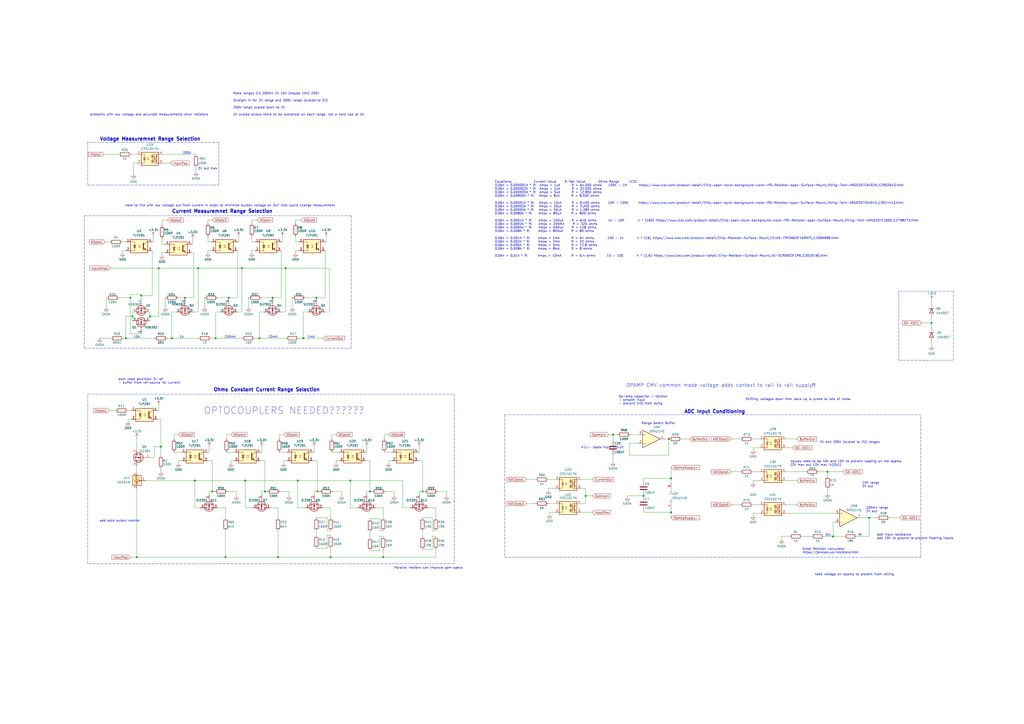
<source format=kicad_sch>
(kicad_sch (version 20230121) (generator eeschema)
  (paper "A2")
  (junction (at 132.715 172.72))
  (junction (at 150.495 196.215))
  (junction (at 75.565 172.72))
  (junction (at 387.985 254.635))
  (junction (at 504.19 300.355))
  (junction (at 153.67 285.115))
  (junction (at 130.81 323.215))
  (junction (at 140.335 155.575))
  (junction (at 373.38 287.655))
  (junction (at 76.835 183.515))
  (junction (at 142.24 278.765))
  (junction (at 480.06 273.685))
  (junction (at 389.255 297.18))
  (junction (at 107.315 172.72))
  (junction (at 79.375 323.215))
  (junction (at 245.11 285.115))
  (junction (at 184.15 285.115))
  (junction (at 99.695 196.215))
  (junction (at 175.895 196.215))
  (junction (at 339.725 287.655))
  (junction (at 483.235 311.15))
  (junction (at 123.19 285.115))
  (junction (at 222.25 323.215))
  (junction (at 161.29 323.215))
  (junction (at 86.995 183.515))
  (junction (at 355.6 252.095))
  (junction (at 540.385 187.325))
  (junction (at 172.72 278.765))
  (junction (at 183.515 172.72))
  (junction (at 92.075 155.575))
  (junction (at 125.095 196.215))
  (junction (at 389.255 277.495))
  (junction (at 73.025 196.215))
  (junction (at 113.03 278.765))
  (junction (at 214.63 285.115))
  (junction (at 158.115 172.72))
  (junction (at 93.345 259.08))
  (junction (at 165.735 155.575))
  (junction (at 203.2 278.765))
  (junction (at 81.915 171.45))
  (junction (at 114.935 155.575))
  (junction (at 191.77 323.215))
  (wire (pts (xy 76.835 183.515) (xy 73.025 183.515)))
  (wire (pts (xy 225.425 268.605) (xy 225.425 267.335)))
  (wire (pts (xy 233.68 278.765) (xy 203.2 278.765)))
  (wire (pts (xy 120.65 262.255) (xy 121.285 262.255)))
  (wire (pts (xy 252.73 307.975) (xy 250.825 307.975)))
  (wire (pts (xy 191.135 180.975) (xy 191.135 155.575)))
  (wire (pts (xy 483.235 302.895) (xy 483.235 311.15)))
  (wire (pts (xy 497.205 311.15) (xy 504.19 311.15)))
  (wire (pts (xy 440.69 278.765) (xy 436.88 278.765)))
  (wire (pts (xy 151.765 262.255) (xy 151.765 259.08)))
  (wire (pts (xy 86.995 180.975) (xy 86.995 183.515)))
  (wire (pts (xy 140.335 180.975) (xy 140.335 155.575)))
  (wire (pts (xy 540.385 187.325) (xy 540.385 190.5)))
  (wire (pts (xy 183.515 172.72) (xy 183.515 173.355)))
  (wire (pts (xy 172.72 278.765) (xy 172.72 294.64)))
  (wire (pts (xy 189.23 140.335) (xy 189.23 137.16)))
  (wire (pts (xy 389.255 297.18) (xy 389.255 300.355)))
  (polyline (pts (xy 534.035 323.215) (xy 534.035 240.665)) (stroke (width 0) (type dash)))
  (wire (pts (xy 158.115 172.72) (xy 158.115 173.355)))
  (wire (pts (xy 222.25 323.215) (xy 191.77 323.215)))
  (wire (pts (xy 76.835 180.975) (xy 76.835 183.515)))
  (wire (pts (xy 172.72 278.765) (xy 203.2 278.765)))
  (wire (pts (xy 163.195 140.335) (xy 163.83 140.335)))
  (wire (pts (xy 111.125 146.685) (xy 112.395 146.685)))
  (wire (pts (xy 339.725 287.655) (xy 343.535 287.655)))
  (wire (pts (xy 214.63 285.115) (xy 212.725 285.115)))
  (wire (pts (xy 74.295 243.205) (xy 76.2 243.205)))
  (wire (pts (xy 113.03 278.765) (xy 113.03 294.64)))
  (wire (pts (xy 305.435 278.13) (xy 310.515 278.13)))
  (wire (pts (xy 162.56 285.115) (xy 167.64 285.115)))
  (wire (pts (xy 185.42 285.115) (xy 184.15 285.115)))
  (wire (pts (xy 242.57 262.255) (xy 243.205 262.255)))
  (wire (pts (xy 130.81 294.64) (xy 130.81 300.355)))
  (wire (pts (xy 120.65 146.685) (xy 120.65 145.415)))
  (wire (pts (xy 242.57 267.335) (xy 245.11 267.335)))
  (wire (pts (xy 140.335 155.575) (xy 114.935 155.575)))
  (wire (pts (xy 92.075 155.575) (xy 92.075 183.515)))
  (wire (pts (xy 61.595 172.72) (xy 61.595 178.435)))
  (wire (pts (xy 153.67 285.115) (xy 151.765 285.115)))
  (wire (pts (xy 163.195 145.415) (xy 163.195 172.72)))
  (wire (pts (xy 212.725 262.255) (xy 212.725 259.08)))
  (wire (pts (xy 75.565 172.72) (xy 75.565 170.815)))
  (wire (pts (xy 395.605 254.635) (xy 400.05 254.635)))
  (wire (pts (xy 254 285.115) (xy 259.08 285.115)))
  (wire (pts (xy 112.395 180.975) (xy 114.935 180.975)))
  (wire (pts (xy 81.915 193.675) (xy 75.565 193.675)))
  (wire (pts (xy 355.6 252.095) (xy 355.6 255.905)))
  (wire (pts (xy 318.135 278.13) (xy 321.945 278.13)))
  (wire (pts (xy 540.385 173.99) (xy 540.385 176.53)))
  (wire (pts (xy 120.65 127.635) (xy 120.65 129.54)))
  (wire (pts (xy 164.465 267.335) (xy 166.37 267.335)))
  (wire (pts (xy 474.98 273.685) (xy 480.06 273.685)))
  (wire (pts (xy 480.06 273.685) (xy 480.06 276.225)))
  (wire (pts (xy 76.835 183.515) (xy 76.835 186.055)))
  (wire (pts (xy 88.265 140.335) (xy 88.9 140.335)))
  (wire (pts (xy 120.65 145.415) (xy 122.555 145.415)))
  (wire (pts (xy 144.145 172.72) (xy 144.145 178.435)))
  (wire (pts (xy 95.885 172.72) (xy 95.885 178.435)))
  (wire (pts (xy 193.04 285.115) (xy 198.12 285.115)))
  (wire (pts (xy 483.235 311.15) (xy 489.585 311.15)))
  (wire (pts (xy 133.985 268.605) (xy 133.985 267.335)))
  (wire (pts (xy 504.19 311.15) (xy 504.19 300.355)))
  (wire (pts (xy 161.925 262.255) (xy 166.37 262.255)))
  (wire (pts (xy 480.06 283.845) (xy 480.06 286.385)))
  (wire (pts (xy 484.505 302.895) (xy 483.235 302.895)))
  (polyline (pts (xy 203.835 125.095) (xy 203.835 201.93)) (stroke (width 0) (type dash)))
  (wire (pts (xy 173.355 196.215) (xy 175.895 196.215)))
  (wire (pts (xy 147.955 196.215) (xy 150.495 196.215)))
  (wire (pts (xy 146.05 137.16) (xy 146.05 140.335)))
  (wire (pts (xy 73.025 196.215) (xy 89.535 196.215)))
  (wire (pts (xy 131.445 252.095) (xy 131.445 254.635)))
  (wire (pts (xy 436.88 273.685) (xy 440.69 273.685)))
  (wire (pts (xy 57.785 196.215) (xy 64.135 196.215)))
  (wire (pts (xy 93.98 146.685) (xy 95.885 146.685)))
  (wire (pts (xy 389.255 271.145) (xy 389.255 277.495)))
  (wire (pts (xy 97.155 127.635) (xy 93.98 127.635)))
  (wire (pts (xy 77.47 94.615) (xy 79.375 94.615)))
  (polyline (pts (xy 48.895 125.095) (xy 203.835 125.095)) (stroke (width 0) (type dash)))
  (wire (pts (xy 222.885 252.095) (xy 222.885 254.635)))
  (wire (pts (xy 133.985 267.335) (xy 135.89 267.335)))
  (wire (pts (xy 146.05 127.635) (xy 146.05 129.54)))
  (wire (pts (xy 250.825 300.355) (xy 245.11 300.355)))
  (wire (pts (xy 339.725 292.1) (xy 337.185 292.1)))
  (wire (pts (xy 76.2 89.535) (xy 79.375 89.535)))
  (wire (pts (xy 440.69 259.715) (xy 436.88 259.715)))
  (wire (pts (xy 151.13 262.255) (xy 151.765 262.255)))
  (polyline (pts (xy 410.845 240.665) (xy 292.735 240.665)) (stroke (width 0) (type dash)))
  (wire (pts (xy 99.695 180.975) (xy 99.695 196.215)))
  (wire (pts (xy 169.545 172.72) (xy 169.545 178.435)))
  (wire (pts (xy 163.195 172.72) (xy 158.115 172.72)))
  (wire (pts (xy 191.77 294.64) (xy 191.77 300.355)))
  (wire (pts (xy 123.19 285.115) (xy 121.285 285.115)))
  (wire (pts (xy 189.865 310.515) (xy 191.77 310.515)))
  (wire (pts (xy 63.5 238.125) (xy 66.675 238.125)))
  (wire (pts (xy 74.295 244.475) (xy 74.295 243.205)))
  (wire (pts (xy 142.24 278.765) (xy 113.03 278.765)))
  (wire (pts (xy 222.885 262.255) (xy 227.33 262.255)))
  (wire (pts (xy 93.98 127.635) (xy 93.98 130.81)))
  (wire (pts (xy 540.385 184.15) (xy 540.385 187.325)))
  (wire (pts (xy 453.39 311.15) (xy 457.835 311.15)))
  (wire (pts (xy 122.555 196.215) (xy 125.095 196.215)))
  (wire (pts (xy 203.2 294.64) (xy 203.2 278.765)))
  (polyline (pts (xy 553.085 168.91) (xy 521.335 168.91)) (stroke (width 0) (type dash)))
  (wire (pts (xy 171.45 145.415) (xy 173.355 145.415)))
  (wire (pts (xy 373.38 287.655) (xy 373.38 288.29)))
  (wire (pts (xy 77.47 94.615) (xy 77.47 100.965)))
  (wire (pts (xy 118.745 172.72) (xy 118.745 178.435)))
  (wire (pts (xy 84.455 278.765) (xy 113.03 278.765)))
  (wire (pts (xy 353.06 252.095) (xy 355.6 252.095)))
  (wire (pts (xy 212.725 285.115) (xy 212.725 287.02)))
  (wire (pts (xy 161.29 307.975) (xy 161.29 323.215)))
  (wire (pts (xy 171.45 140.335) (xy 173.355 140.335)))
  (wire (pts (xy 79.375 270.51) (xy 79.375 273.685)))
  (wire (pts (xy 337.185 297.18) (xy 343.535 297.18)))
  (wire (pts (xy 248.285 294.64) (xy 252.73 294.64)))
  (wire (pts (xy 192.405 252.095) (xy 192.405 254.635)))
  (wire (pts (xy 252.73 323.215) (xy 222.25 323.215)))
  (wire (pts (xy 321.945 283.21) (xy 318.135 283.21)))
  (wire (pts (xy 194.945 252.095) (xy 192.405 252.095)))
  (wire (pts (xy 86.995 183.515) (xy 86.995 186.055)))
  (wire (pts (xy 373.38 287.02) (xy 373.38 287.655)))
  (wire (pts (xy 245.11 318.77) (xy 250.825 318.77)))
  (wire (pts (xy 133.985 252.095) (xy 131.445 252.095)))
  (wire (pts (xy 207.645 294.64) (xy 203.2 294.64)))
  (wire (pts (xy 123.19 267.335) (xy 123.19 285.115)))
  (wire (pts (xy 182.245 285.115) (xy 182.245 287.02)))
  (wire (pts (xy 373.38 297.18) (xy 389.255 297.18)))
  (wire (pts (xy 243.205 285.115) (xy 243.205 287.02)))
  (wire (pts (xy 188.595 140.335) (xy 189.23 140.335)))
  (wire (pts (xy 181.61 267.335) (xy 184.15 267.335)))
  (polyline (pts (xy 50.8 228.6) (xy 263.525 228.6)) (stroke (width 0) (type dash)))
  (wire (pts (xy 436.88 292.735) (xy 440.69 292.735)))
  (wire (pts (xy 114.935 180.975) (xy 114.935 155.575)))
  (wire (pts (xy 121.285 285.115) (xy 121.285 287.02)))
  (wire (pts (xy 189.865 307.975) (xy 191.77 307.975)))
  (wire (pts (xy 373.38 277.495) (xy 389.255 277.495)))
  (wire (pts (xy 130.81 323.215) (xy 161.29 323.215)))
  (wire (pts (xy 172.72 278.765) (xy 142.24 278.765)))
  (wire (pts (xy 60.96 140.335) (xy 63.5 140.335)))
  (wire (pts (xy 370.205 257.175) (xy 365.125 257.175)))
  (wire (pts (xy 111.125 141.605) (xy 111.76 141.605)))
  (wire (pts (xy 339.725 283.21) (xy 339.725 287.655)))
  (wire (pts (xy 171.45 146.685) (xy 171.45 145.415)))
  (wire (pts (xy 130.81 323.215) (xy 130.81 307.975)))
  (wire (pts (xy 171.45 137.16) (xy 171.45 140.335)))
  (wire (pts (xy 71.12 140.335) (xy 73.025 140.335)))
  (wire (pts (xy 163.195 180.975) (xy 165.735 180.975)))
  (wire (pts (xy 436.88 259.715) (xy 436.88 260.985)))
  (wire (pts (xy 165.735 180.975) (xy 165.735 155.575)))
  (polyline (pts (xy 292.735 323.215) (xy 534.035 323.215)) (stroke (width 0) (type dash)))
  (polyline (pts (xy 127 107.315) (xy 127 82.55)) (stroke (width 0) (type dash)))
  (wire (pts (xy 103.505 267.335) (xy 105.41 267.335)))
  (wire (pts (xy 123.19 127.635) (xy 120.65 127.635)))
  (wire (pts (xy 220.345 311.15) (xy 222.25 311.15)))
  (wire (pts (xy 126.365 294.64) (xy 130.81 294.64)))
  (wire (pts (xy 153.035 180.975) (xy 150.495 180.975)))
  (wire (pts (xy 93.98 147.955) (xy 93.98 146.685)))
  (wire (pts (xy 74.295 238.125) (xy 76.2 238.125)))
  (wire (pts (xy 113.03 294.64) (xy 116.205 294.64)))
  (wire (pts (xy 389.255 295.275) (xy 389.255 297.18)))
  (wire (pts (xy 455.93 278.765) (xy 462.28 278.765)))
  (wire (pts (xy 189.865 300.355) (xy 189.865 307.975)))
  (wire (pts (xy 215.9 285.115) (xy 214.63 285.115)))
  (wire (pts (xy 60.325 89.535) (xy 68.58 89.535)))
  (wire (pts (xy 194.945 268.605) (xy 194.945 267.335)))
  (wire (pts (xy 75.565 323.215) (xy 79.375 323.215)))
  (wire (pts (xy 120.65 140.335) (xy 122.555 140.335)))
  (wire (pts (xy 121.285 262.255) (xy 121.285 259.08)))
  (wire (pts (xy 132.715 172.72) (xy 132.715 173.355)))
  (wire (pts (xy 73.025 183.515) (xy 73.025 196.215)))
  (wire (pts (xy 214.63 308.61) (xy 214.63 311.785)))
  (wire (pts (xy 337.185 278.13) (xy 343.535 278.13)))
  (wire (pts (xy 79.375 323.215) (xy 130.81 323.215)))
  (wire (pts (xy 222.25 307.975) (xy 220.345 307.975)))
  (wire (pts (xy 453.39 313.055) (xy 453.39 311.15)))
  (wire (pts (xy 238.125 294.64) (xy 233.68 294.64)))
  (wire (pts (xy 175.895 180.975) (xy 175.895 196.215)))
  (wire (pts (xy 365.125 257.175) (xy 365.125 264.16)))
  (wire (pts (xy 137.795 140.335) (xy 138.43 140.335)))
  (wire (pts (xy 540.385 198.12) (xy 540.385 200.66)))
  (wire (pts (xy 120.65 137.16) (xy 120.65 140.335)))
  (wire (pts (xy 214.63 267.335) (xy 214.63 285.115)))
  (wire (pts (xy 94.615 94.615) (xy 99.06 94.615)))
  (wire (pts (xy 171.45 127.635) (xy 174.625 127.635)))
  (wire (pts (xy 114.935 155.575) (xy 92.075 155.575)))
  (wire (pts (xy 214.63 319.405) (xy 220.345 319.405)))
  (wire (pts (xy 355.6 252.095) (xy 358.14 252.095)))
  (polyline (pts (xy 553.085 208.915) (xy 553.085 168.91)) (stroke (width 0) (type dash)))
  (wire (pts (xy 89.535 265.43) (xy 89.535 259.08)))
  (wire (pts (xy 167.64 285.115) (xy 167.64 287.655)))
  (polyline (pts (xy 521.335 208.915) (xy 537.845 208.915)) (stroke (width 0) (type dash)))
  (wire (pts (xy 191.77 318.135) (xy 191.77 323.215)))
  (wire (pts (xy 225.425 252.095) (xy 222.885 252.095)))
  (polyline (pts (xy 48.895 201.93) (xy 203.835 201.93)) (stroke (width 0) (type dash)))
  (wire (pts (xy 69.215 172.72) (xy 75.565 172.72)))
  (wire (pts (xy 164.465 252.095) (xy 161.925 252.095)))
  (wire (pts (xy 504.19 300.355) (xy 508.635 300.355)))
  (wire (pts (xy 75.565 193.675) (xy 75.565 172.72)))
  (wire (pts (xy 223.52 285.115) (xy 228.6 285.115)))
  (wire (pts (xy 137.795 172.72) (xy 132.715 172.72)))
  (wire (pts (xy 198.12 285.115) (xy 198.12 287.655)))
  (wire (pts (xy 245.11 307.975) (xy 245.11 311.15)))
  (wire (pts (xy 305.435 292.1) (xy 310.515 292.1)))
  (wire (pts (xy 156.845 294.64) (xy 161.29 294.64)))
  (wire (pts (xy 127.635 180.975) (xy 125.095 180.975)))
  (wire (pts (xy 252.73 318.77) (xy 252.73 323.215)))
  (wire (pts (xy 81.915 171.45) (xy 88.265 171.45)))
  (wire (pts (xy 126.365 172.72) (xy 132.715 172.72)))
  (wire (pts (xy 191.135 155.575) (xy 165.735 155.575)))
  (wire (pts (xy 93.345 271.78) (xy 93.345 273.685)))
  (wire (pts (xy 88.265 145.415) (xy 88.265 171.45)))
  (wire (pts (xy 89.535 259.08) (xy 93.345 259.08)))
  (wire (pts (xy 99.695 196.215) (xy 114.935 196.215)))
  (wire (pts (xy 163.83 140.335) (xy 163.83 137.16)))
  (wire (pts (xy 153.67 267.335) (xy 153.67 285.115)))
  (wire (pts (xy 189.865 318.135) (xy 189.865 310.515)))
  (wire (pts (xy 455.93 297.815) (xy 484.505 297.815)))
  (wire (pts (xy 182.245 262.255) (xy 182.245 259.08)))
  (wire (pts (xy 161.29 294.64) (xy 161.29 300.355)))
  (wire (pts (xy 183.515 307.975) (xy 183.515 310.515)))
  (wire (pts (xy 146.05 146.685) (xy 146.05 145.415)))
  (wire (pts (xy 222.25 294.64) (xy 222.25 300.355)))
  (wire (pts (xy 455.93 292.735) (xy 462.28 292.735)))
  (wire (pts (xy 165.735 155.575) (xy 140.335 155.575)))
  (wire (pts (xy 113.665 99.695) (xy 113.665 97.155)))
  (wire (pts (xy 100.965 252.095) (xy 100.965 254.635)))
  (wire (pts (xy 100.965 262.255) (xy 105.41 262.255)))
  (polyline (pts (xy 48.895 201.93) (xy 48.895 125.095)) (stroke (width 0) (type dash)))
  (wire (pts (xy 181.61 262.255) (xy 182.245 262.255)))
  (wire (pts (xy 93.345 243.205) (xy 93.345 259.08)))
  (wire (pts (xy 81.915 170.815) (xy 81.915 171.45)))
  (wire (pts (xy 86.995 265.43) (xy 89.535 265.43)))
  (wire (pts (xy 222.25 318.77) (xy 222.25 323.215)))
  (wire (pts (xy 188.595 145.415) (xy 188.595 172.72)))
  (wire (pts (xy 245.11 267.335) (xy 245.11 285.115)))
  (wire (pts (xy 124.46 285.115) (xy 123.19 285.115)))
  (wire (pts (xy 125.095 180.975) (xy 125.095 196.215)))
  (wire (pts (xy 151.13 267.335) (xy 153.67 267.335)))
  (wire (pts (xy 534.67 187.325) (xy 540.385 187.325)))
  (wire (pts (xy 71.12 145.415) (xy 73.025 145.415)))
  (wire (pts (xy 92.075 238.125) (xy 92.075 234.95)))
  (polyline (pts (xy 409.575 240.665) (xy 534.035 240.665)) (stroke (width 0) (type dash)))
  (wire (pts (xy 212.09 262.255) (xy 212.725 262.255)))
  (polyline (pts (xy 521.335 168.91) (xy 521.335 208.915)) (stroke (width 0) (type dash)))
  (wire (pts (xy 164.465 268.605) (xy 164.465 267.335)))
  (wire (pts (xy 233.68 278.765) (xy 233.68 294.64)))
  (wire (pts (xy 363.855 288.29) (xy 363.855 287.655)))
  (wire (pts (xy 107.315 172.72) (xy 107.315 173.355)))
  (wire (pts (xy 137.795 180.975) (xy 140.335 180.975)))
  (wire (pts (xy 171.45 129.54) (xy 171.45 127.635)))
  (wire (pts (xy 93.98 141.605) (xy 95.885 141.605)))
  (polyline (pts (xy 50.8 327.025) (xy 50.8 228.6)) (stroke (width 0) (type dash)))
  (wire (pts (xy 146.05 145.415) (xy 147.955 145.415)))
  (wire (pts (xy 250.825 318.77) (xy 250.825 311.15)))
  (wire (pts (xy 225.425 267.335) (xy 227.33 267.335)))
  (wire (pts (xy 111.76 141.605) (xy 111.76 138.43)))
  (wire (pts (xy 178.435 180.975) (xy 175.895 180.975)))
  (wire (pts (xy 480.06 273.685) (xy 488.95 273.685)))
  (polyline (pts (xy 263.525 327.025) (xy 50.8 327.025)) (stroke (width 0) (type dash)))
  (wire (pts (xy 102.235 180.975) (xy 99.695 180.975)))
  (wire (pts (xy 191.77 323.215) (xy 161.29 323.215)))
  (polyline (pts (xy 50.8 107.315) (xy 127 107.315)) (stroke (width 0) (type dash)))
  (wire (pts (xy 363.855 287.655) (xy 373.38 287.655)))
  (wire (pts (xy 112.395 146.685) (xy 112.395 172.72)))
  (wire (pts (xy 385.445 254.635) (xy 387.985 254.635)))
  (wire (pts (xy 243.205 262.255) (xy 243.205 259.08)))
  (wire (pts (xy 154.94 285.115) (xy 153.67 285.115)))
  (wire (pts (xy 389.255 277.495) (xy 389.255 280.035)))
  (wire (pts (xy 212.09 267.335) (xy 214.63 267.335)))
  (wire (pts (xy 151.765 172.72) (xy 158.115 172.72)))
  (wire (pts (xy 175.895 196.215) (xy 187.325 196.215)))
  (polyline (pts (xy 263.525 228.6) (xy 263.525 291.465)) (stroke (width 0) (type dash)))
  (wire (pts (xy 318.77 297.18) (xy 321.945 297.18)))
  (wire (pts (xy 103.505 172.72) (xy 107.315 172.72)))
  (wire (pts (xy 478.155 311.15) (xy 483.235 311.15)))
  (wire (pts (xy 194.945 267.335) (xy 196.85 267.335)))
  (wire (pts (xy 92.075 183.515) (xy 86.995 183.515)))
  (wire (pts (xy 436.88 278.765) (xy 436.88 280.035)))
  (wire (pts (xy 245.11 285.115) (xy 243.205 285.115)))
  (wire (pts (xy 455.93 254.635) (xy 462.28 254.635)))
  (wire (pts (xy 71.755 196.215) (xy 73.025 196.215)))
  (wire (pts (xy 93.345 259.08) (xy 93.345 264.16)))
  (wire (pts (xy 161.925 252.095) (xy 161.925 254.635)))
  (wire (pts (xy 516.255 300.355) (xy 521.97 300.355)))
  (wire (pts (xy 146.05 140.335) (xy 147.955 140.335)))
  (polyline (pts (xy 292.735 240.665) (xy 292.735 323.215)) (stroke (width 0) (type dash)))
  (wire (pts (xy 365.76 252.095) (xy 370.205 252.095)))
  (wire (pts (xy 184.15 285.115) (xy 182.245 285.115)))
  (wire (pts (xy 184.15 267.335) (xy 184.15 285.115)))
  (wire (pts (xy 250.825 307.975) (xy 250.825 300.355)))
  (wire (pts (xy 188.595 180.975) (xy 191.135 180.975)))
  (wire (pts (xy 107.315 172.72) (xy 112.395 172.72)))
  (wire (pts (xy 220.345 300.99) (xy 214.63 300.99)))
  (wire (pts (xy 125.095 196.215) (xy 140.335 196.215)))
  (polyline (pts (xy 263.525 290.195) (xy 263.525 327.025)) (stroke (width 0) (type dash)))
  (wire (pts (xy 259.08 285.115) (xy 259.08 287.655)))
  (wire (pts (xy 318.77 297.18) (xy 318.77 298.45)))
  (wire (pts (xy 373.38 277.495) (xy 373.38 279.4)))
  (wire (pts (xy 318.135 292.1) (xy 321.945 292.1)))
  (wire (pts (xy 137.16 285.115) (xy 137.16 287.655)))
  (wire (pts (xy 120.65 267.335) (xy 123.19 267.335)))
  (polyline (pts (xy 50.8 82.55) (xy 50.8 107.315)) (stroke (width 0) (type dash)))
  (wire (pts (xy 93.98 138.43) (xy 93.98 141.605)))
  (wire (pts (xy 177.165 294.64) (xy 172.72 294.64)))
  (wire (pts (xy 373.38 295.91) (xy 373.38 297.18)))
  (wire (pts (xy 187.325 294.64) (xy 191.77 294.64)))
  (polyline (pts (xy 537.21 208.915) (xy 553.085 208.915)) (stroke (width 0) (type dash)))
  (wire (pts (xy 91.44 243.205) (xy 93.345 243.205)))
  (wire (pts (xy 131.445 262.255) (xy 135.89 262.255)))
  (wire (pts (xy 440.69 297.815) (xy 436.88 297.815)))
  (wire (pts (xy 192.405 262.255) (xy 196.85 262.255)))
  (wire (pts (xy 499.745 300.355) (xy 504.19 300.355)))
  (wire (pts (xy 465.455 311.15) (xy 470.535 311.15)))
  (wire (pts (xy 228.6 285.115) (xy 228.6 287.655)))
  (wire (pts (xy 183.515 300.355) (xy 189.865 300.355)))
  (wire (pts (xy 103.505 268.605) (xy 103.505 267.335)))
  (wire (pts (xy 132.08 285.115) (xy 137.16 285.115)))
  (wire (pts (xy 91.44 238.125) (xy 92.075 238.125)))
  (wire (pts (xy 220.345 319.405) (xy 220.345 311.15)))
  (wire (pts (xy 79.375 254) (xy 79.375 260.35)))
  (wire (pts (xy 217.805 294.64) (xy 222.25 294.64)))
  (polyline (pts (xy 127 82.55) (xy 50.8 82.55)) (stroke (width 0) (type dash)))
  (wire (pts (xy 103.505 252.095) (xy 100.965 252.095)))
  (wire (pts (xy 149.225 127.635) (xy 146.05 127.635)))
  (wire (pts (xy 183.515 318.135) (xy 189.865 318.135)))
  (wire (pts (xy 137.795 145.415) (xy 137.795 172.72)))
  (wire (pts (xy 387.985 264.16) (xy 387.985 254.635)))
  (wire (pts (xy 142.24 294.64) (xy 142.24 278.765)))
  (wire (pts (xy 138.43 140.335) (xy 138.43 137.16)))
  (wire (pts (xy 150.495 196.215) (xy 165.735 196.215)))
  (wire (pts (xy 339.725 292.1) (xy 339.725 287.655)))
  (wire (pts (xy 88.9 140.335) (xy 88.9 137.16)))
  (wire (pts (xy 97.155 196.215) (xy 99.695 196.215)))
  (wire (pts (xy 64.135 155.575) (xy 92.075 155.575)))
  (wire (pts (xy 150.495 180.975) (xy 150.495 196.215)))
  (wire (pts (xy 81.915 171.45) (xy 81.915 173.355)))
  (wire (pts (xy 94.615 89.535) (xy 113.665 89.535)))
  (wire (pts (xy 424.18 254.635) (xy 429.26 254.635)))
  (wire (pts (xy 177.165 172.72) (xy 183.515 172.72)))
  (wire (pts (xy 75.565 170.815) (xy 81.915 170.815)))
  (wire (pts (xy 365.125 264.16) (xy 387.985 264.16)))
  (wire (pts (xy 246.38 285.115) (xy 245.11 285.115)))
  (wire (pts (xy 455.93 273.685) (xy 467.36 273.685)))
  (wire (pts (xy 459.74 259.715) (xy 455.93 259.715)))
  (wire (pts (xy 424.18 292.735) (xy 429.26 292.735)))
  (wire (pts (xy 424.18 273.685) (xy 429.26 273.685)))
  (wire (pts (xy 71.12 146.685) (xy 71.12 145.415)))
  (wire (pts (xy 318.135 283.21) (xy 318.135 284.48)))
  (wire (pts (xy 436.88 297.815) (xy 436.88 299.085)))
  (wire (pts (xy 436.88 254.635) (xy 440.69 254.635)))
  (wire (pts (xy 337.185 283.21) (xy 339.725 283.21)))
  (wire (pts (xy 151.765 285.115) (xy 151.765 287.02)))
  (wire (pts (xy 220.345 307.975) (xy 220.345 300.99)))
  (wire (pts (xy 146.685 294.64) (xy 142.24 294.64)))
  (wire (pts (xy 355.6 263.525) (xy 355.6 267.97)))
  (wire (pts (xy 252.73 294.64) (xy 252.73 300.355)))
  (wire (pts (xy 79.375 283.845) (xy 79.375 323.215)))
  (wire (pts (xy 250.825 311.15) (xy 252.73 311.15)))
  (wire (pts (xy 188.595 172.72) (xy 183.515 172.72)))
  (text "Range Select Buffer" (at 372.11 246.38 0) (effects (font (size 1.27 1.27)) (justify left bottom)))
  (text "Voltage Measuremnet Range Selection" (at 57.785 81.915 0) (effects (font (size 2 2) (thickness 0.4) bold) (justify left bottom)))
  (text "2V and 200V (scaled to 2V) ranges" (at 475.488 257.302 0) (effects (font (size 1.27 1.27)) (justify left bottom)))
  (text "need voltage on opamp to prevent from railing" (at 472.44 334.01 0) (effects (font (size 1.27 1.27)) (justify left bottom)))
  (text "2V out max" (at 114.808 98.552 0) (effects (font (size 1.27 1.27)) (justify left bottom)))
  (text "Op-amp capacitor / resistor\n- smooth input\n- prevent 140 from dying" (at 358.775 234.95 0) (effects (font (size 1.27 1.27)) (justify left bottom)))
  (text "10mA" (at 155.575 196.215 0) (effects (font (size 1.27 1.27)) (justify left bottom)))
  (text "Values need to be 40k and 10K to prevent loading on the opamp\n(2V max out 10V max in)(5:1)" (at 458.47 270.51 0) (effects (font (size 1.27 1.27)) (justify left bottom)))
  (text "add input resistance\nadd 10K to ground to prevent floating inputs" (at 508.635 313.055 0) (effects (font (size 1.27 1.27)) (justify left bottom)))
  (text "1mA" (at 178.435 196.215 0) (effects (font (size 1.27 1.27)) (justify left bottom)))
  (text "Have to live with low voltage out from current in order to minimize burden voltage on DUT that could change measurement " (at 72.39 120.015 0) (effects (font (size 1.27 1.27)) (justify left bottom)))
  (text "Rf" (at 497.84 311.15 0) (effects (font (size 1.27 1.27)) (justify left bottom)))
  (text "Current Measuremnet Range Selection" (at 99.695 123.825 0) (effects (font (size 2 2) (thickness 0.4) bold) (justify left bottom)))
  (text "Great Resistor calculator\nhttps://jansson.us/resistors.html" (at 465.455 321.31 0) (effects (font (size 1.27 1.27)) (justify left bottom)))
  (text "Shifting voltages down then back up is prone to lots of noise" (at 432.435 232.41 0) (effects (font (size 1.27 1.27)) (justify left bottom)))
  (text "Parallel resiters can improve ppm specs" (at 228.6 330.2 0) (effects (font (size 1.27 1.27)) (justify left bottom)))
  (text "dont need percision 3v ref\n- buffer from ref source for current" (at 68.58 222.885 0) (effects (font (size 1.27 1.27)) (justify left bottom)))
  (text "ADC Input Conditioning" (at 396.875 240.03 0) (effects (font (size 2 2) (thickness 0.4) bold) (justify left bottom)))
  (text "Ohms Constant Current Range Selection" (at 123.825 227.33 0) (effects (font (size 2 2) (thickness 0.4) bold) (justify left bottom)))
  (text "Rin" (at 478.79 311.15 0) (effects (font (size 1.27 1.27)) (justify left bottom)))
  (text "OPTOCOUPLERS NEEDED??????" (at 118.11 240.665 0) (effects (font (size 4 4)) (justify left bottom)))
  (text "1A" (at 104.14 196.215 0) (effects (font (size 1.27 1.27)) (justify left bottom)))
  (text "add opto output control\n" (at 57.785 302.895 0) (effects (font (size 1.27 1.27)) (justify left bottom)))
  (text "\nEquations:             Current Value     R-Set Value        Ohms Range      LCSC\n0.064 = 0.000001A * R;  Amps = 1uA       R = 64,000 ohms    100k - 1M       https://www.lcsc.com/product-detail/Chip-span-style-background-color-ff0-Resistor-span-Surface-Mount_Viking-Tech-ARG03DTC6402N_C2902643.html\n0.064 = 0.000002A * R;  Amps = 2uA       R = 32,000 ohms    \n0.064 = 0.000005A * R;  Amps = 5uA       R = 12,800 ohms    \n0.064 = 0.00800A * R;   Amps = 8uA       R = 8,000 ohms     \n\n0.064 = 0.00001A * R;   Amps = 10uA      R = 6,400 ohms     10K - 100k      https://www.lcsc.com/product-detail/Chip-span-style-background-color-ff0-Resistor-span-Surface-Mount_Viking-Tech-ARG03DTC6401N_C3014413.html\n0.064 = 0.00002A * R;   Amps = 20uA      R = 3,200 ohms\n0.064 = 0.00005A * R;   Amps = 50uA      R = 1,280 ohms \n0.064 = 0.0080A * R;    Amps = 80uA      R = 800 ohms\n\n0.064 = 0.0001A * R;    Amps = 100uA     R = 640 ohms       1k - 10K        4 * (160) https://www.lcsc.com/product-detail/Chip-span-style-background-color-ff0-Resistor-span-Surface-Mount_Viking-Tech-ARG03DTC1600_C2758273.html\n0.064 = 0.0002A * R;    Amps = 200mA     R = 320 ohms\n0.064 = 0.0005A * R;    Amps = 500uA     R = 128 ohms \n0.064 = 0.008A * R;     Amps = 800uA     R = 80 ohms  \n   \n0.064 = 0.001A * R;     Amps = 1mA       R = 64 ohms        100 - 1k        4 * (16) https://www.lcsc.com/product-detail/Chip-Resistor-Surface-Mount_FOJAN-FRC0603F16R0TS_C2906998.html\n0.064 = 0.002A * R;     Amps = 2mA       R = 32 ohms\n0.064 = 0.005A * R;     Amps = 5mA       R = 12.8 ohms\n0.064 = 0.008A * R;     Amps = 8mA       R = 8 ohms\n\n0.064 = 0.01A * R;      Amps = 10mA      R = 6.4 ohms       10 - 100        4 * (1.6) https://www.lcsc.com/product-detail/Chip-Resistor-Surface-Mount_VO-SCR0603F1R6_C3016190.html\n" (at 287.02 149.225 0) (effects (font (size 1.27 1.27)) (justify left bottom)))
  (text "10A" (at 77.47 196.215 0) (effects (font (size 1.27 1.27)) (justify left bottom)))
  (text "200mV range\n2V out" (at 502.412 297.434 0) (effects (font (size 1.27 1.27)) (justify left bottom)))
  (text "Make ranges 2's 200mV 2V 10V (maybe 15V) 200V\n\nStraight in for 2V range and 200V range (scaled to 2V)\n\n200V range scaled down to 2V \n\n2V scaled allows there to be overshoot on each range, not a hard cap at 2V\n" (at 135.255 67.31 0) (effects (font (size 1.27 1.27)) (justify left bottom)))
  (text "OPAMP CMV common mode voltage adds context to rail to rail supply!!" (at 363.22 224.79 0) (effects (font (size 2 2)) (justify left bottom)))
  (text "200V" (at 106.045 89.535 0) (effects (font (size 1.27 1.27)) (justify left bottom)))
  (text "100mA" (at 130.175 196.215 0) (effects (font (size 1.27 1.27)) (justify left bottom)))
  (text "KILL- loads input circuit" (at 337.185 260.35 0) (effects (font (size 1.27 1.27)) (justify left bottom)))
  (text "10V range\n2V out\n" (at 500.126 282.956 0) (effects (font (size 1.27 1.27)) (justify left bottom)))
  (text "problems with low voltage and accurate measurements ofver resisters" (at 52.07 67.31 0) (effects (font (size 1.27 1.27)) (justify left bottom)))
  (global_label "BufferOut" (shape input) (at 462.28 278.765 0) (property "Intersheetrefs" "${INTERSHEET_REFS}" (effects hide)))
  (global_label "CurrentOut" (shape input) (at 187.325 196.215 0) (property "Intersheetrefs" "${INTERSHEET_REFS}" (effects hide)))
  (global_label "InputPos" (shape input) (at 99.06 94.615 0) (property "Intersheetrefs" "${INTERSHEET_REFS}" (effects hide)))
  (global_label "CurrentOut" (shape input) (at 343.535 278.13 0) (property "Intersheetrefs" "${INTERSHEET_REFS}" (effects hide)))
  (global_label "AOpto4" (shape input) (at 149.225 127.635 0) (property "Intersheetrefs" "${INTERSHEET_REFS}" (effects hide)))
  (global_label "OOpto4" (shape input) (at 164.465 252.095 0) (property "Intersheetrefs" "${INTERSHEET_REFS}" (effects hide)))
  (global_label "AOpto5" (shape input) (at 174.625 127.635 0) (property "Intersheetrefs" "${INTERSHEET_REFS}" (effects hide)))
  (global_label "AOpto3" (shape input) (at 123.19 127.635 0) (property "Intersheetrefs" "${INTERSHEET_REFS}" (effects hide)))
  (global_label "OpAmpIn" (shape input) (at 353.06 252.095 180) (property "Intersheetrefs" "${INTERSHEET_REFS}" (effects hide)))
  (global_label "OpAmpSupply+" (shape input) (at 389.255 271.145 0) (property "Intersheetrefs" "${INTERSHEET_REFS}" (effects hide)))
  (global_label "BufferOut" (shape input) (at 400.05 254.635 0) (property "Intersheetrefs" "${INTERSHEET_REFS}" (effects hide)))
  (global_label "ADCOpto2" (shape input) (at 305.435 292.1 180) (property "Intersheetrefs" "${INTERSHEET_REFS}" (effects hide)))
  (global_label "SD-ADC1" (shape input) (at 521.97 300.355 0) (property "Intersheetrefs" "${INTERSHEET_REFS}" (effects hide)))
  (global_label "OpAmpIn" (shape input) (at 343.535 287.655 0) (property "Intersheetrefs" "${INTERSHEET_REFS}" (effects hide)))
  (global_label "OOpto5" (shape input) (at 194.945 252.095 0) (property "Intersheetrefs" "${INTERSHEET_REFS}" (effects hide)))
  (global_label "SD-ADC1" (shape input) (at 534.67 187.325 180) (property "Intersheetrefs" "${INTERSHEET_REFS}" (effects hide)))
  (global_label "InputAmps" (shape input) (at 64.135 155.575 180) (property "Intersheetrefs" "${INTERSHEET_REFS}" (effects hide)))
  (global_label "VOpto1" (shape input) (at 60.325 89.535 180) (property "Intersheetrefs" "${INTERSHEET_REFS}" (effects hide)))
  (global_label "InputPos" (shape input) (at 343.535 297.18 0) (property "Intersheetrefs" "${INTERSHEET_REFS}" (effects hide)))
  (global_label "SD-ADC1" (shape input) (at 459.74 259.715 0) (property "Intersheetrefs" "${INTERSHEET_REFS}" (effects hide)))
  (global_label "OpAmpSupply-" (shape input) (at 389.255 300.355 0) (property "Intersheetrefs" "${INTERSHEET_REFS}" (effects hide)))
  (global_label "SD-ADC1" (shape input) (at 488.95 273.685 0) (property "Intersheetrefs" "${INTERSHEET_REFS}" (effects hide)))
  (global_label "OOpto6" (shape input) (at 225.425 252.095 0) (property "Intersheetrefs" "${INTERSHEET_REFS}" (effects hide)))
  (global_label "AOpto1" (shape input) (at 60.96 140.335 180) (property "Intersheetrefs" "${INTERSHEET_REFS}" (effects hide)))
  (global_label "OOpto1" (shape input) (at 63.5 238.125 180) (property "Intersheetrefs" "${INTERSHEET_REFS}" (effects hide)))
  (global_label "AOpto2" (shape input) (at 97.155 127.635 0) (property "Intersheetrefs" "${INTERSHEET_REFS}" (effects hide)))
  (global_label "BufferOut" (shape input) (at 462.28 292.735 0) (property "Intersheetrefs" "${INTERSHEET_REFS}" (effects hide)))
  (global_label "ADCOpto3" (shape input) (at 424.18 254.635 180) (property "Intersheetrefs" "${INTERSHEET_REFS}" (effects hide)))
  (global_label "ADCOpto4" (shape input) (at 424.18 273.685 180) (property "Intersheetrefs" "${INTERSHEET_REFS}" (effects hide)))
  (global_label "ADCOpto1" (shape input) (at 305.435 278.13 180) (property "Intersheetrefs" "${INTERSHEET_REFS}" (effects hide)))
  (global_label "BufferOut" (shape input) (at 462.28 254.635 0) (property "Intersheetrefs" "${INTERSHEET_REFS}" (effects hide)))
  (global_label "InputPos" (shape input) (at 75.565 323.215 180) (property "Intersheetrefs" "${INTERSHEET_REFS}" (effects hide)))
  (global_label "OOpto2" (shape input) (at 103.505 252.095 0) (property "Intersheetrefs" "${INTERSHEET_REFS}" (effects hide)))
  (global_label "ADCOpto5" (shape input) (at 424.18 292.735 180) (property "Intersheetrefs" "${INTERSHEET_REFS}" (effects hide)))
  (global_label "OOpto3" (shape input) (at 133.985 252.095 0) (property "Intersheetrefs" "${INTERSHEET_REFS}" (effects hide)))
  (symbol (lib_name "NMOS_1") (lib_id "Simulation_SPICE:NMOS") (at 132.715 178.435 270) (unit 1)
    (property "Reference" "Q3" (at 135.255 177.165 90) (effects (justify left)))
    (property "Value" "SI2302" (at 125.095 176.53 90) (effects (justify left)))
    (property "Footprint" "Package_TO_SOT_SMD:SOT-23" (effects hide))
    (property "Datasheet" "https://datasheet.lcsc.com/lcsc/2207201830_HXY-MOSFET-SI2302-HXY_C4748714.pdf" (effects hide))
    (property "Store" "https://www.lcsc.com/product-detail/MOSFETs_HXY-span-style-background-color-ff0-MOSFET-span-SI2302-HXY_C4748714.html" (effects hide))
    (property "LCSC Price" "0.58" (effects hide))
    (property "Price Qty" "50" (effects hide))
    (property "PART#" "C4748714" (effects hide))
    (property "Price / 1" "0.0116" (effects hide))
  )
  (symbol (lib_id "Device:R") (at 391.795 254.635 90) (unit 1)
    (property "Reference" "R29" (at 391.795 252.095 90))
    (property "Value" "0R" (at 391.795 257.175 90))
    (property "Footprint" "Resistor_SMD:R_0603_1608Metric_Pad0.98x0.95mm_HandSolder" (effects hide))
    (property "Datasheet" "https://datasheet.lcsc.com/lcsc/2308241947_FOJAN-FRC0603P000-TS_C2907080.pdf" (effects hide))
    (property "Store" "https://www.lcsc.com/product-detail/Chip-Resistor-Surface-Mount_FOJAN-FRC0603P000-TS_C2907080.html" (effects hide))
    (property "LCSC Price" "0.09" (effects hide))
    (property "Price Qty" "100" (effects hide))
    (property "PART#" "C2907080" (effects hide))
    (property "Price / 1" "0.0009" (effects hide))
  )
  (symbol (lib_id "power:GNDA") (at 61.595 178.435 0) (unit 1)
    (property "Reference" "#PWR040" (effects hide))
    (property "Value" "GNDA" (at 61.595 182.245 0))
  )
  (symbol (lib_id "Device:R") (at 130.81 304.165 180) (unit 1)
    (property "Reference" "R65" (at 132.08 302.895 0) (effects (justify right)))
    (property "Value" "64K" (at 132.08 305.435 0) (effects (justify right)))
    (property "Footprint" "Resistor_SMD:R_1206_3216Metric_Pad1.30x1.75mm_HandSolder" (effects hide))
    (property "Datasheet" "https://datasheet.lcsc.com/lcsc/2207051802_LIZ-Elec-CR1206F46492G_C3037190.pdf" (effects hide))
    (property "LCSC Price" "0.19" (effects hide))
    (property "Price Qty" "50" (effects hide))
    (property "Store" "https://www.lcsc.com/product-detail/Chip-Resistor-Surface-Mount_LIZ-Elec-CR1206F46492G_C3037190.html" (effects hide))
    (property "PART#" "C3037190" (effects hide))
    (property "Price / 1" "0.0037" (effects hide))
  )
  (symbol (lib_id "power:+3.3V") (at 88.9 137.16 0) (unit 1)
    (property "Reference" "#PWR089" (effects hide))
    (property "Value" "+3.3V" (at 88.9 133.35 0))
  )
  (symbol (lib_id "power:+3.3V") (at 138.43 137.16 0) (unit 1)
    (property "Reference" "#PWR081" (effects hide))
    (property "Value" "+3.3V" (at 138.43 133.35 0))
  )
  (symbol (lib_name "NMOS_1") (lib_id "Simulation_SPICE:NMOS") (at 81.915 178.435 270) (unit 1)
    (property "Reference" "Q8" (at 84.455 177.165 90) (effects (justify left)))
    (property "Value" "HD6362" (at 74.295 176.53 90) (effects (justify left)))
    (property "Footprint" "Package_TO_SOT_SMD:TO-252-2" (effects hide))
    (property "Datasheet" "https://datasheet.lcsc.com/lcsc/2304271705_HXY-MOSFET-HD6362_C5451644.pdf" (effects hide))
    (property "Store" "https://www.lcsc.com/product-detail/MOSFETs_HXY-span-style-background-color-ff0-MOSFET-span-HD6362_C5451644.html" (effects hide))
    (property "LCSC Price" "2" (effects hide))
    (property "Price Qty" "10" (effects hide))
    (property "PART#" "C5451644" (effects hide))
    (property "Price / 1" "0.2124" (effects hide))
  )
  (symbol (lib_id "Device:R") (at 189.23 285.115 270) (unit 1)
    (property "Reference" "R53" (at 191.135 283.21 90) (effects (justify right)))
    (property "Value" "100K" (at 191.77 287.655 90) (effects (justify right)))
    (property "Footprint" "Resistor_SMD:R_0603_1608Metric_Pad0.98x0.95mm_HandSolder" (effects hide))
    (property "Datasheet" "https://datasheet.lcsc.com/lcsc/2308241947_FOJAN-FRC0603F1003TS_C2906980.pdf" (effects hide))
    (property "LCSC Price" "0.09" (effects hide))
    (property "Price Qty" "100" (effects hide))
    (property "Store" "https://www.lcsc.com/product-detail/Chip-Resistor-Surface-Mount_FOJAN-FRC0603F1003TS_C2906980.html" (effects hide))
    (property "PART#" "C2906980" (effects hide))
    (property "Price / 1" "0.0009" (effects hide))
  )
  (symbol (lib_id "Device:R") (at 65.405 172.72 270) (unit 1)
    (property "Reference" "R35" (at 67.31 170.815 90) (effects (justify right)))
    (property "Value" "100K" (at 67.945 175.26 90) (effects (justify right)))
    (property "Footprint" "Resistor_SMD:R_0603_1608Metric_Pad0.98x0.95mm_HandSolder" (effects hide))
    (property "Datasheet" "https://datasheet.lcsc.com/lcsc/2308241947_FOJAN-FRC0603F1003TS_C2906980.pdf" (effects hide))
    (property "LCSC Price" "0.09" (effects hide))
    (property "Price Qty" "100" (effects hide))
    (property "Store" "https://www.lcsc.com/product-detail/Chip-Resistor-Surface-Mount_FOJAN-FRC0603F1003TS_C2906980.html" (effects hide))
    (property "PART#" "C2906980" (effects hide))
    (property "Price / 1" "0.0009" (effects hide))
  )
  (symbol (lib_id "Device:R") (at 161.29 304.165 180) (unit 1)
    (property "Reference" "R32" (at 162.56 302.895 0) (effects (justify right)))
    (property "Value" "6K4" (at 162.56 305.435 0) (effects (justify right)))
    (property "Footprint" "Resistor_SMD:R_0402_1005Metric_Pad0.72x0.64mm_HandSolder" (effects hide))
    (property "Datasheet" "https://datasheet.lcsc.com/lcsc/2205121145_Viking-Tech-ARG03DTC6401N_C3014413.pdf" (effects hide))
    (property "LCSC Price" "0.42" (effects hide))
    (property "Price Qty" "50" (effects hide))
    (property "Store" "https://www.lcsc.com/product-detail/Chip-Resistor-Surface-Mount_Viking-Tech-ARG03DTC6401N_C3014413.html" (effects hide))
    (property "PART#" "C3014413" (effects hide))
    (property "Price / 1" "0.0083" (effects hide))
  )
  (symbol (lib_id "Isolator:TLP291") (at 173.99 264.795 0) (unit 1)
    (property "Reference" "U19" (at 173.99 255.905 0))
    (property "Value" "TLP291" (at 173.99 258.445 0))
    (property "Footprint" "Package_SO:SOP-4_4.4x2.6mm_P1.27mm" (effects hide))
    (property "Datasheet" "https://toshiba.semicon-storage.com/info/docget.jsp?did=12884&prodName=TLP291" (effects hide))
    (property "LCSC Price" "1.32" (effects hide))
    (property "Price Qty" "15" (effects hide))
    (property "Store" "https://www.lcsc.com/product-detail/Optocouplers-Phototransistor-Output_OCIC-CYTLP291-GB-TP_C3018819.html" (effects hide))
    (property "PART#" "C3018819" (effects hide))
    (property "Price / 1" "0.0882" (effects hide))
  )
  (symbol (lib_id "Diode:1N4007") (at 540.385 180.34 270) (unit 1)
    (property "Reference" "D6" (at 542.925 179.07 90) (effects (justify left)))
    (property "Value" "1N4007" (at 542.925 181.61 90) (effects (justify left)))
    (property "Footprint" "Diode_THT:D_DO-41_SOD81_P10.16mm_Horizontal" (effects hide))
    (property "Datasheet" "http://www.vishay.com/docs/88503/1n4001.pdf" (effects hide))
    (property "Sim.Device" "D" (effects hide))
    (property "Sim.Pins" "1=K 2=A" (effects hide))
  )
  (symbol (lib_id "Reference_Current:LM334M") (at 79.375 278.765 0) (unit 1)
    (property "Reference" "U11" (at 75.565 277.1775 0) (effects (justify right)))
    (property "Value" "LM334M" (at 75.565 279.7175 0) (effects (justify right)))
    (property "Footprint" "Package_SO:SOIC-8_3.9x4.9mm_P1.27mm" (effects hide))
    (property "Datasheet" "http://www.ti.com/lit/ds/symlink/lm134.pdf" (effects hide))
    (property "LCSC Price" "2.63" (effects hide))
    (property "Store" "https://www.lcsc.com/product-detail/Current-Source-Constant-Current-Source_Texas-Instruments-LM334MX-NOPB_C7945.html" (effects hide))
    (property "Price Qty" "4" (effects hide))
    (property "PART#" "C7945" (effects hide))
    (property "Price / 1" "0.655" (effects hide))
  )
  (symbol (lib_id "Transistor_FET:IRLML6401") (at 243.205 292.1 270) (unit 1)
    (property "Reference" "Q12" (at 243.84 290.195 90) (effects (justify left)))
    (property "Value" "SI2301" (at 235.585 290.195 90) (effects (justify left)))
    (property "Footprint" "Package_TO_SOT_SMD:SOT-23" (effects hide))
    (property "Datasheet" "https://datasheet.lcsc.com/lcsc/2305151520_HXY-MOSFET-SI2301-ZE_C5261052.pdf" (effects hide))
    (property "Store" "https://www.lcsc.com/product-detail/MOSFETs_HXY-span-style-background-color-ff0-MOSFET-span-SI2301-ZE_C5261052.html" (effects hide))
    (property "LCSC Price" "0.59" (effects hide))
    (property "Price Qty" "50" (effects hide))
    (property "PART#" "C5261052" (effects hide))
    (property "Price / 1" "0.0117" (effects hide))
  )
  (symbol (lib_id "power:GNDA") (at 167.64 287.655 0) (unit 1)
    (property "Reference" "#PWR032" (effects hide))
    (property "Value" "GNDA" (at 167.64 291.465 0))
  )
  (symbol (lib_id "Amplifier_Operational:OPA2134") (at 377.825 254.635 0) (unit 1)
    (property "Reference" "U5" (at 381 247.65 0))
    (property "Value" "OPA2140" (at 381 250.19 0))
    (property "Footprint" "Package_SO:SOP-8_3.9x4.9mm_P1.27mm" (effects hide))
    (property "Datasheet" "https://datasheet.lcsc.com/lcsc/1912111437_Texas-Instruments-OPA2140AIDR_C335586.pdf" (effects hide))
    (property "Store" "https://www.lcsc.com/product-detail/FET-InputAmplifiers_Texas-Instruments-OPA2140AIDR_C335586.html" (effects hide))
    (property "LCSC Price" "15.31" (effects hide))
    (property "Price Qty" "4" (effects hide))
    (property "PART#" "C335586" (effects hide))
    (property "Price / 1" "3.8278" (effects hide))
  )
  (symbol (lib_id "power:+3.3V") (at 79.375 254 0) (unit 1)
    (property "Reference" "#PWR046" (effects hide))
    (property "Value" "+3.3V" (at 79.375 250.19 0))
  )
  (symbol (lib_id "Device:R") (at 361.95 252.095 90) (unit 1)
    (property "Reference" "R68" (at 361.95 249.555 90))
    (property "Value" "100R" (at 361.95 254.635 90))
    (property "Footprint" "Resistor_SMD:R_0402_1005Metric_Pad0.72x0.64mm_HandSolder" (effects hide))
    (property "Datasheet" "https://datasheet.lcsc.com/lcsc/2308241947_FOJAN-FRC0402F1000TS_C2906860.pdf" (effects hide))
    (property "LCSC Price" "0.05" (effects hide))
    (property "Price Qty" "100" (effects hide))
    (property "Store" "https://www.lcsc.com/product-detail/Chip-span-style-background-color-ff0-Resistor-span-Surface-Mount_FOJAN-FRC0402F1000TS_C2906860.html" (effects hide))
    (property "PART#" "C2906860" (effects hide))
    (property "Price / 1" "0.0005" (effects hide))
  )
  (symbol (lib_name "NMOS_1") (lib_id "Simulation_SPICE:NMOS") (at 107.315 178.435 270) (unit 1)
    (property "Reference" "Q2" (at 109.855 177.165 90) (effects (justify left)))
    (property "Value" "HD6362" (at 99.695 176.53 90) (effects (justify left)))
    (property "Footprint" "Package_TO_SOT_SMD:TO-252-2" (effects hide))
    (property "Datasheet" "https://datasheet.lcsc.com/lcsc/2304271705_HXY-MOSFET-HD6362_C5451644.pdf" (effects hide))
    (property "Store" "https://www.lcsc.com/product-detail/MOSFETs_HXY-span-style-background-color-ff0-MOSFET-span-HD6362_C5451644.html" (effects hide))
    (property "LCSC Price" "2" (effects hide))
    (property "Price Qty" "10" (effects hide))
    (property "PART#" "C5451644" (effects hide))
    (property "Price / 1" "0.2124" (effects hide))
  )
  (symbol (lib_id "Device:R") (at 214.63 304.8 180) (unit 1)
    (property "Reference" "R40" (at 215.9 303.53 0) (effects (justify right)))
    (property "Value" "16R" (at 215.9 306.07 0) (effects (justify right)))
    (property "Footprint" "Resistor_SMD:R_0402_1005Metric_Pad0.72x0.64mm_HandSolder" (effects hide))
    (property "Datasheet" "https://datasheet.lcsc.com/lcsc/2206021245_VO-SCR0402F16R_C3015729.pdf" (effects hide))
    (property "LCSC Price" "0.05" (effects hide))
    (property "Price Qty" "100" (effects hide))
    (property "Store" "https://www.lcsc.com/product-detail/Chip-Resistor-Surface-Mount_VO-SCR0402F16R_C3015729.html" (effects hide))
    (property "PART#" "C3015729" (effects hide))
    (property "Price / 1" "0.0005" (effects hide))
  )
  (symbol (lib_id "power:GNDA") (at 259.08 287.655 0) (unit 1)
    (property "Reference" "#PWR037" (effects hide))
    (property "Value" "GNDA" (at 259.08 291.465 0))
  )
  (symbol (lib_id "Isolator:TLP291") (at 204.47 264.795 0) (unit 1)
    (property "Reference" "U20" (at 204.47 255.905 0))
    (property "Value" "TLP291" (at 204.47 258.445 0))
    (property "Footprint" "Package_SO:SOP-4_4.4x2.6mm_P1.27mm" (effects hide))
    (property "Datasheet" "https://toshiba.semicon-storage.com/info/docget.jsp?did=12884&prodName=TLP291" (effects hide))
    (property "LCSC Price" "1.32" (effects hide))
    (property "Price Qty" "15" (effects hide))
    (property "Store" "https://www.lcsc.com/product-detail/Optocouplers-Phototransistor-Output_OCIC-CYTLP291-GB-TP_C3018819.html" (effects hide))
    (property "PART#" "C3018819" (effects hide))
    (property "Price / 1" "0.0882" (effects hide))
  )
  (symbol (lib_id "power:+3.3V") (at 182.245 259.08 0) (unit 1)
    (property "Reference" "#PWR044" (effects hide))
    (property "Value" "+3.3V" (at 182.245 255.27 0))
  )
  (symbol (lib_id "Device:C") (at 373.38 292.1 0) (unit 1)
    (property "Reference" "C7" (at 374.015 289.56 0) (effects (justify left)))
    (property "Value" "100nF" (at 374.015 294.64 0) (effects (justify left)))
    (property "Footprint" "Capacitor_SMD:C_0402_1005Metric_Pad0.74x0.62mm_HandSolder" (effects hide))
    (property "LCSC Price" "0.18" (effects hide))
    (property "Store" "https://www.lcsc.com/product-detail/Multilayer-Ceramic-Capacitors-MLCC-SMD-SMT_Samwha-span-style-background-color-ff0-Capacitor-span-CS1005X7R104K500NR_C513772.html" (effects hide))
    (property "Price Qty" "100" (effects hide))
    (property "PART#" "C513772" (effects hide))
    (property "Price / 1" "0.0018" (effects hide))
  )
  (symbol (lib_id "power:GND") (at 74.295 244.475 0) (unit 1)
    (property "Reference" "#PWR03" (effects hide))
    (property "Value" "GND" (at 74.295 248.285 0))
  )
  (symbol (lib_id "Isolator:TLP291") (at 155.575 142.875 0) (unit 1)
    (property "Reference" "U9" (at 155.575 133.985 0))
    (property "Value" "TLP291" (at 155.575 136.525 0))
    (property "Footprint" "Package_SO:SOP-4_4.4x2.6mm_P1.27mm" (effects hide))
    (property "Datasheet" "https://toshiba.semicon-storage.com/info/docget.jsp?did=12884&prodName=TLP291" (effects hide))
    (property "LCSC Price" "1.32" (effects hide))
    (property "Price Qty" "15" (effects hide))
    (property "Store" "https://www.lcsc.com/product-detail/Optocouplers-Phototransistor-Output_OCIC-CYTLP291-GB-TP_C3018819.html" (effects hide))
    (property "PART#" "C3018819" (effects hide))
    (property "Price / 1" "0.0882" (effects hide))
  )
  (symbol (lib_id "Relay_SolidState:CPC1017N") (at 448.31 295.275 0) (unit 1)
    (property "Reference" "U31" (at 448.31 287.02 0))
    (property "Value" "CPC1017N" (at 448.31 289.56 0))
    (property "Footprint" "Package_SO:SOP-4_3.8x4.1mm_P2.54mm" (effects hide))
    (property "Datasheet" "http://www.ixysic.com/home/pdfs.nsf/www/CPC1017N.pdf/$file/CPC1017N.pdf" (effects hide))
    (property "LCSC Price" "0.67" (effects hide))
    (property "Store" "https://www.lcsc.com/product-detail/Solid-State-Relays-MOS-Output-PhotoMOS_Littelfuse-IXYS-CPC1017NTR_C81521.html" (effects hide))
    (property "Price Qty" "1" (effects hide))
    (property "PART#" "C81521" (effects hide))
    (property "Price / 1" "0.67" (effects hide))
  )
  (symbol (lib_id "power:GND") (at 436.88 280.035 0) (unit 1)
    (property "Reference" "#PWR0102" (effects hide))
    (property "Value" "GND" (at 436.88 287.02 0))
  )
  (symbol (lib_id "Isolator:TLP291") (at 180.975 142.875 0) (unit 1)
    (property "Reference" "U10" (at 180.975 133.985 0))
    (property "Value" "TLP291" (at 180.975 136.525 0))
    (property "Footprint" "Package_SO:SOP-4_4.4x2.6mm_P1.27mm" (effects hide))
    (property "Datasheet" "https://toshiba.semicon-storage.com/info/docget.jsp?did=12884&prodName=TLP291" (effects hide))
    (property "LCSC Price" "1.32" (effects hide))
    (property "Price Qty" "15" (effects hide))
    (property "Store" "https://www.lcsc.com/product-detail/Optocouplers-Phototransistor-Output_OCIC-CYTLP291-GB-TP_C3018819.html" (effects hide))
    (property "PART#" "C3018819" (effects hide))
    (property "Price / 1" "0.0882" (effects hide))
  )
  (symbol (lib_id "Device:R") (at 99.695 172.72 270) (unit 1)
    (property "Reference" "R34" (at 101.6 170.815 90) (effects (justify right)))
    (property "Value" "100K" (at 102.235 175.26 90) (effects (justify right)))
    (property "Footprint" "Resistor_SMD:R_0603_1608Metric_Pad0.98x0.95mm_HandSolder" (effects hide))
    (property "Datasheet" "https://datasheet.lcsc.com/lcsc/2308241947_FOJAN-FRC0603F1003TS_C2906980.pdf" (effects hide))
    (property "LCSC Price" "0.09" (effects hide))
    (property "Price Qty" "100" (effects hide))
    (property "Store" "https://www.lcsc.com/product-detail/Chip-Resistor-Surface-Mount_FOJAN-FRC0603F1003TS_C2906980.html" (effects hide))
    (property "PART#" "C2906980" (effects hide))
    (property "Price / 1" "0.0009" (effects hide))
  )
  (symbol (lib_id "Isolator:TLP291") (at 103.505 144.145 0) (unit 1)
    (property "Reference" "U4" (at 103.505 135.255 0))
    (property "Value" "TLP291" (at 103.505 137.795 0))
    (property "Footprint" "Package_SO:SOP-4_4.4x2.6mm_P1.27mm" (effects hide))
    (property "Datasheet" "https://toshiba.semicon-storage.com/info/docget.jsp?did=12884&prodName=TLP291" (effects hide))
    (property "LCSC Price" "1.32" (effects hide))
    (property "Price Qty" "15" (effects hide))
    (property "Store" "https://www.lcsc.com/product-detail/Optocouplers-Phototransistor-Output_OCIC-CYTLP291-GB-TP_C3018819.html" (effects hide))
    (property "PART#" "C3018819" (effects hide))
    (property "Price / 1" "0.0882" (effects hide))
  )
  (symbol (lib_id "power:GNDA") (at 113.665 99.695 0) (unit 1)
    (property "Reference" "#PWR074" (effects hide))
    (property "Value" "GNDA" (at 113.665 103.505 0))
  )
  (symbol (lib_id "Isolator:TLP291") (at 80.645 142.875 0) (unit 1)
    (property "Reference" "U3" (at 80.645 133.985 0))
    (property "Value" "TLP291" (at 80.645 136.525 0))
    (property "Footprint" "Package_SO:SOP-4_4.4x2.6mm_P1.27mm" (effects hide))
    (property "Datasheet" "https://toshiba.semicon-storage.com/info/docget.jsp?did=12884&prodName=TLP291" (effects hide))
    (property "LCSC Price" "1.32" (effects hide))
    (property "Price Qty" "15" (effects hide))
    (property "Store" "https://www.lcsc.com/product-detail/Optocouplers-Phototransistor-Output_OCIC-CYTLP291-GB-TP_C3018819.html" (effects hide))
    (property "PART#" "C3018819" (effects hide))
    (property "Price / 1" "0.0882" (effects hide))
  )
  (symbol (lib_id "Device:R") (at 161.925 258.445 180) (unit 1)
    (property "Reference" "R58" (at 165.1 257.175 0))
    (property "Value" "100R" (at 165.735 259.08 0))
    (property "Footprint" "Resistor_SMD:R_0402_1005Metric_Pad0.72x0.64mm_HandSolder" (effects hide))
    (property "Datasheet" "https://datasheet.lcsc.com/lcsc/2308241947_FOJAN-FRC0402F1000TS_C2906860.pdf" (effects hide))
    (property "LCSC Price" "0.05" (effects hide))
    (property "Price Qty" "100" (effects hide))
    (property "Store" "https://www.lcsc.com/product-detail/Chip-span-style-background-color-ff0-Resistor-span-Surface-Mount_FOJAN-FRC0402F1000TS_C2906860.html" (effects hide))
    (property "PART#" "C2906860" (effects hide))
    (property "Price / 1" "0.0005" (effects hide))
  )
  (symbol (lib_id "Device:R") (at 183.515 314.325 180) (unit 1)
    (property "Reference" "R42" (at 184.785 313.055 0) (effects (justify right)))
    (property "Value" "160R" (at 184.785 315.595 0) (effects (justify right)))
    (property "Footprint" "Resistor_SMD:R_0402_1005Metric_Pad0.72x0.64mm_HandSolder" (effects hide))
    (property "Datasheet" "https://datasheet.lcsc.com/lcsc/2308241947_FOJAN-FRC0402F1600TS_C2933075.pdf" (effects hide))
    (property "LCSC Price" "0.05" (effects hide))
    (property "Price Qty" "100" (effects hide))
    (property "Store" "https://www.lcsc.com/product-detail/Chip-Resistor-Surface-Mount_FOJAN-FRC0402F1600TS_C2933075.html" (effects hide))
    (property "PART#" "C2933075" (effects hide))
    (property "Price / 1" "0.0005" (effects hide))
  )
  (symbol (lib_id "power:GND") (at 225.425 268.605 0) (unit 1)
    (property "Reference" "#PWR056" (effects hide))
    (property "Value" "GND" (at 225.425 272.415 0))
  )
  (symbol (lib_id "Device:R") (at 471.17 273.685 90) (unit 1)
    (property "Reference" "R69" (at 471.17 271.78 90))
    (property "Value" "4K" (at 471.17 275.59 90))
    (property "Footprint" "Resistor_SMD:R_0603_1608Metric_Pad0.98x0.95mm_HandSolder" (effects hide))
    (property "Datasheet" "https://datasheet.lcsc.com/lcsc/2208091800_Viking-Tech-ARG03FTC4001N_C2984443.pdf" (effects hide))
    (property "LCSC Price" "0.42" (effects hide))
    (property "PART#" "C2984443" (effects hide))
    (property "Price / 1" "0.0083" (effects hide))
    (property "Price Qty" "50" (effects hide))
    (property "Store" "https://www.lcsc.com/product-detail/Chip-Resistor-Surface-Mount_Viking-Tech-ARG03FTC4001N_C2984443.html" (effects hide))
  )
  (symbol (lib_id "power:GNDA") (at 93.345 273.685 0) (unit 1)
    (property "Reference" "#PWR07" (effects hide))
    (property "Value" "GNDA" (at 93.345 277.495 0))
  )
  (symbol (lib_id "Device:R") (at 131.445 258.445 180) (unit 1)
    (property "Reference" "R55" (at 134.62 257.175 0))
    (property "Value" "100R" (at 135.255 259.08 0))
    (property "Footprint" "Resistor_SMD:R_0402_1005Metric_Pad0.72x0.64mm_HandSolder" (effects hide))
    (property "Datasheet" "https://datasheet.lcsc.com/lcsc/2308241947_FOJAN-FRC0402F1000TS_C2906860.pdf" (effects hide))
    (property "LCSC Price" "0.05" (effects hide))
    (property "Price Qty" "100" (effects hide))
    (property "Store" "https://www.lcsc.com/product-detail/Chip-span-style-background-color-ff0-Resistor-span-Surface-Mount_FOJAN-FRC0402F1000TS_C2906860.html" (effects hide))
    (property "PART#" "C2906860" (effects hide))
    (property "Price / 1" "0.0005" (effects hide))
  )
  (symbol (lib_id "Device:R") (at 128.27 285.115 270) (unit 1)
    (property "Reference" "R50" (at 130.175 283.21 90) (effects (justify right)))
    (property "Value" "100K" (at 130.81 287.655 90) (effects (justify right)))
    (property "Footprint" "Resistor_SMD:R_0603_1608Metric_Pad0.98x0.95mm_HandSolder" (effects hide))
    (property "Datasheet" "https://datasheet.lcsc.com/lcsc/2308241947_FOJAN-FRC0603F1003TS_C2906980.pdf" (effects hide))
    (property "LCSC Price" "0.09" (effects hide))
    (property "Price Qty" "100" (effects hide))
    (property "Store" "https://www.lcsc.com/product-detail/Chip-Resistor-Surface-Mount_FOJAN-FRC0603F1003TS_C2906980.html" (effects hide))
    (property "PART#" "C2906980" (effects hide))
    (property "Price / 1" "0.0009" (effects hide))
  )
  (symbol (lib_id "Device:R") (at 433.07 273.685 90) (unit 1)
    (property "Reference" "R74" (at 433.07 271.145 90))
    (property "Value" "1K" (at 433.07 276.225 90))
    (property "Footprint" "Resistor_SMD:R_0603_1608Metric_Pad0.98x0.95mm_HandSolder" (effects hide))
    (property "Datasheet" "https://datasheet.lcsc.com/lcsc/2208230930_RALEC-RTX031001DETP_C5141145.pdf" (effects hide))
    (property "LCSC Price" "0.25" (effects hide))
    (property "Price Qty" "50" (effects hide))
    (property "Store" "https://www.lcsc.com/product-detail/Chip-span-style-background-color-ff0-Resistor-span-Surface-Mount_RALEC-RTX031001DETP_C5141145.html" (effects hide))
    (property "PART#" "C5141145" (effects hide))
    (property "Price / 1" "0.0049" (effects hide))
  )
  (symbol (lib_id "power:GNDA") (at 198.12 287.655 0) (unit 1)
    (property "Reference" "#PWR035" (effects hide))
    (property "Value" "GNDA" (at 198.12 291.465 0))
  )
  (symbol (lib_id "Device:R") (at 250.19 285.115 270) (unit 1)
    (property "Reference" "R59" (at 252.095 283.21 90) (effects (justify right)))
    (property "Value" "100K" (at 252.73 287.655 90) (effects (justify right)))
    (property "Footprint" "Resistor_SMD:R_0603_1608Metric_Pad0.98x0.95mm_HandSolder" (effects hide))
    (property "Datasheet" "https://datasheet.lcsc.com/lcsc/2308241947_FOJAN-FRC0603F1003TS_C2906980.pdf" (effects hide))
    (property "LCSC Price" "0.09" (effects hide))
    (property "Price Qty" "100" (effects hide))
    (property "Store" "https://www.lcsc.com/product-detail/Chip-Resistor-Surface-Mount_FOJAN-FRC0603F1003TS_C2906980.html" (effects hide))
    (property "PART#" "C2906980" (effects hide))
    (property "Price / 1" "0.0009" (effects hide))
  )
  (symbol (lib_id "power:GNDA") (at 95.885 178.435 0) (unit 1)
    (property "Reference" "#PWR048" (effects hide))
    (property "Value" "GNDA" (at 95.885 182.245 0))
  )
  (symbol (lib_id "power:GNDA") (at 228.6 287.655 0) (unit 1)
    (property "Reference" "#PWR036" (effects hide))
    (property "Value" "GNDA" (at 228.6 291.465 0))
  )
  (symbol (lib_id "Relay_SolidState:CPC1017N") (at 329.565 280.67 0) (unit 1)
    (property "Reference" "U23" (at 329.565 272.415 0))
    (property "Value" "CPC1017N" (at 329.565 274.955 0))
    (property "Footprint" "Package_SO:SOP-4_3.8x4.1mm_P2.54mm" (effects hide))
    (property "Datasheet" "http://www.ixysic.com/home/pdfs.nsf/www/CPC1017N.pdf/$file/CPC1017N.pdf" (effects hide))
    (property "LCSC Price" "0.67" (effects hide))
    (property "Store" "https://www.lcsc.com/product-detail/Solid-State-Relays-MOS-Output-PhotoMOS_Littelfuse-IXYS-CPC1017NTR_C81521.html" (effects hide))
    (property "Price Qty" "1" (effects hide))
    (property "PART#" "C81521" (effects hide))
    (property "Price / 1" "0.67" (effects hide))
  )
  (symbol (lib_id "power:GNDA") (at 363.855 288.29 0) (unit 1)
    (property "Reference" "#PWR015" (effects hide))
    (property "Value" "GNDA" (at 363.855 292.1 0))
  )
  (symbol (lib_id "Device:R") (at 183.515 304.165 180) (unit 1)
    (property "Reference" "R37" (at 184.785 302.895 0) (effects (justify right)))
    (property "Value" "160R" (at 184.785 305.435 0) (effects (justify right)))
    (property "Footprint" "Resistor_SMD:R_0402_1005Metric_Pad0.72x0.64mm_HandSolder" (effects hide))
    (property "Datasheet" "https://datasheet.lcsc.com/lcsc/2308241947_FOJAN-FRC0402F1600TS_C2933075.pdf" (effects hide))
    (property "LCSC Price" "0.05" (effects hide))
    (property "Price Qty" "100" (effects hide))
    (property "Store" "https://www.lcsc.com/product-detail/Chip-Resistor-Surface-Mount_FOJAN-FRC0402F1600TS_C2933075.html" (effects hide))
    (property "PART#" "C2933075" (effects hide))
    (property "Price / 1" "0.0005" (effects hide))
  )
  (symbol (lib_id "Transistor_FET:IRLML6401") (at 151.765 292.1 270) (unit 1)
    (property "Reference" "Q7" (at 152.4 290.195 90) (effects (justify left)))
    (property "Value" "SI2301" (at 144.145 290.195 90) (effects (justify left)))
    (property "Footprint" "Package_TO_SOT_SMD:SOT-23" (effects hide))
    (property "Datasheet" "https://datasheet.lcsc.com/lcsc/2305151520_HXY-MOSFET-SI2301-ZE_C5261052.pdf" (effects hide))
    (property "Store" "https://www.lcsc.com/product-detail/MOSFETs_HXY-span-style-background-color-ff0-MOSFET-span-SI2301-ZE_C5261052.html" (effects hide))
    (property "LCSC Price" "0.59" (effects hide))
    (property "Price Qty" "50" (effects hide))
    (property "PART#" "C5261052" (effects hide))
    (property "Price / 1" "0.0117" (effects hide))
  )
  (symbol (lib_id "Device:R") (at 191.77 314.325 180) (unit 1)
    (property "Reference" "R43" (at 193.04 313.055 0) (effects (justify right)))
    (property "Value" "160R" (at 193.04 315.595 0) (effects (justify right)))
    (property "Footprint" "Resistor_SMD:R_0402_1005Metric_Pad0.72x0.64mm_HandSolder" (effects hide))
    (property "Datasheet" "https://datasheet.lcsc.com/lcsc/2308241947_FOJAN-FRC0402F1600TS_C2933075.pdf" (effects hide))
    (property "LCSC Price" "0.05" (effects hide))
    (property "Price Qty" "100" (effects hide))
    (property "Store" "https://www.lcsc.com/product-detail/Chip-Resistor-Surface-Mount_FOJAN-FRC0402F1600TS_C2933075.html" (effects hide))
    (property "PART#" "C2933075" (effects hide))
    (property "Price / 1" "0.0005" (effects hide))
  )
  (symbol (lib_id "Device:R") (at 93.345 196.215 90) (unit 1)
    (property "Reference" "R22" (at 93.345 193.675 90))
    (property "Value" "0R1" (at 93.345 198.755 90))
    (property "Footprint" "Resistor_SMD:R_2512_6332Metric_Pad1.40x3.35mm_HandSolder" (effects hide))
    (property "Datasheet" "https://datasheet.lcsc.com/lcsc/2304140030_Milliohm-HoGT2512-3W-100mR-1-_C841792.pdf" (effects hide))
    (property "Store" "https://www.lcsc.com/product-detail/Current-Sense-Resistors-span-style-background-color-ff0-Shunt-span-Resistors_Milliohm-HoGT2512-3W-100mR-1_C841792.html" (effects hide))
    (property "LCSC Price" "0.38" (effects hide))
    (property "Price Qty" "5" (effects hide))
    (property "PART#" "C841792" (effects hide))
    (property "Price / 1" "0.0761" (effects hide))
  )
  (symbol (lib_id "power:GNDA") (at 118.745 178.435 0) (unit 1)
    (property "Reference" "#PWR049" (effects hide))
    (property "Value" "GNDA" (at 118.745 182.245 0))
  )
  (symbol (lib_id "power:GND") (at 93.98 147.955 0) (unit 1)
    (property "Reference" "#PWR078" (effects hide))
    (property "Value" "GND" (at 93.98 151.765 0))
  )
  (symbol (lib_id "Transistor_FET:IRLML6401") (at 121.285 292.1 270) (unit 1)
    (property "Reference" "Q11" (at 121.92 290.195 90) (effects (justify left)))
    (property "Value" "SI2301" (at 113.665 290.195 90) (effects (justify left)))
    (property "Footprint" "Package_TO_SOT_SMD:SOT-23" (effects hide))
    (property "Datasheet" "https://datasheet.lcsc.com/lcsc/2305151520_HXY-MOSFET-SI2301-ZE_C5261052.pdf" (effects hide))
    (property "Store" "https://www.lcsc.com/product-detail/MOSFETs_HXY-span-style-background-color-ff0-MOSFET-span-SI2301-ZE_C5261052.html" (effects hide))
    (property "LCSC Price" "0.59" (effects hide))
    (property "Price Qty" "50" (effects hide))
    (property "PART#" "C5261052" (effects hide))
    (property "Price / 1" "0.0117" (effects hide))
  )
  (symbol (lib_id "Device:R") (at 512.445 300.355 90) (unit 1)
    (property "Reference" "R28" (at 512.445 297.815 90))
    (property "Value" "0R" (at 512.445 302.895 90))
    (property "Footprint" "Resistor_SMD:R_0603_1608Metric_Pad0.98x0.95mm_HandSolder" (effects hide))
    (property "Datasheet" "https://datasheet.lcsc.com/lcsc/2308241947_FOJAN-FRC0603P000-TS_C2907080.pdf" (effects hide))
    (property "LCSC Price" "0.09" (effects hide))
    (property "Price Qty" "100" (effects hide))
    (property "Store" "https://www.lcsc.com/product-detail/Chip-Resistor-Surface-Mount_FOJAN-FRC0603P000-TS_C2907080.html" (effects hide))
    (property "PART#" "C2907080" (effects hide))
    (property "Price / 1" "0.0009" (effects hide))
  )
  (symbol (lib_id "Isolator:TLP291") (at 83.82 240.665 0) (unit 1)
    (property "Reference" "U1" (at 83.82 231.775 0))
    (property "Value" "TLP291" (at 83.82 234.315 0))
    (property "Footprint" "Package_SO:SOP-4_4.4x2.6mm_P1.27mm" (effects hide))
    (property "Datasheet" "https://toshiba.semicon-storage.com/info/docget.jsp?did=12884&prodName=TLP291" (effects hide))
    (property "LCSC Price" "1.32" (effects hide))
    (property "Price Qty" "15" (effects hide))
    (property "Store" "https://www.lcsc.com/product-detail/Optocouplers-Phototransistor-Output_OCIC-CYTLP291-GB-TP_C3018819.html" (effects hide))
    (property "PART#" "C3018819" (effects hide))
    (property "Price / 1" "0.0882" (effects hide))
  )
  (symbol (lib_id "power:GND") (at 120.65 146.685 0) (unit 1)
    (property "Reference" "#PWR080" (effects hide))
    (property "Value" "GND" (at 120.65 150.495 0))
  )
  (symbol (lib_id "power:GNDA") (at 355.6 267.97 0) (unit 1)
    (property "Reference" "#PWR05" (effects hide))
    (property "Value" "GNDA" (at 355.6 271.78 0))
  )
  (symbol (lib_name "NMOS_1") (lib_id "Simulation_SPICE:NMOS") (at 183.515 178.435 270) (unit 1)
    (property "Reference" "Q5" (at 186.055 177.165 90) (effects (justify left)))
    (property "Value" "SI2302" (at 175.895 176.53 90) (effects (justify left)))
    (property "Footprint" "Package_TO_SOT_SMD:SOT-23" (effects hide))
    (property "Datasheet" "https://datasheet.lcsc.com/lcsc/2207201830_HXY-MOSFET-SI2302-HXY_C4748714.pdf" (effects hide))
    (property "Store" "https://www.lcsc.com/product-detail/MOSFETs_HXY-span-style-background-color-ff0-MOSFET-span-SI2302-HXY_C4748714.html" (effects hide))
    (property "LCSC Price" "0.58" (effects hide))
    (property "Price Qty" "50" (effects hide))
    (property "PART#" "C4748714" (effects hide))
    (property "Price / 1" "0.0116" (effects hide))
  )
  (symbol (lib_id "power:GND") (at 103.505 268.605 0) (unit 1)
    (property "Reference" "#PWR038" (effects hide))
    (property "Value" "GND" (at 103.505 272.415 0))
  )
  (symbol (lib_id "power:GND") (at 194.945 268.605 0) (unit 1)
    (property "Reference" "#PWR052" (effects hide))
    (property "Value" "GND" (at 194.945 272.415 0))
  )
  (symbol (lib_name "NMOS_1") (lib_id "Simulation_SPICE:NMOS") (at 81.915 188.595 90) (unit 1)
    (property "Reference" "Q1" (at 79.375 189.865 90) (effects (justify left)))
    (property "Value" "HD6362" (at 91.44 189.865 90) (effects (justify left)))
    (property "Footprint" "Package_TO_SOT_SMD:TO-252-2" (effects hide))
    (property "Datasheet" "https://datasheet.lcsc.com/lcsc/2304271705_HXY-MOSFET-HD6362_C5451644.pdf" (effects hide))
    (property "Store" "https://www.lcsc.com/product-detail/MOSFETs_HXY-span-style-background-color-ff0-MOSFET-span-HD6362_C5451644.html" (effects hide))
    (property "LCSC Price" "2" (effects hide))
    (property "Price Qty" "10" (effects hide))
    (property "PART#" "C5451644" (effects hide))
    (property "Price / 1" "0.2124" (effects hide))
  )
  (symbol (lib_id "power:+3.3V") (at 163.83 137.16 0) (unit 1)
    (property "Reference" "#PWR083" (effects hide))
    (property "Value" "+3.3V" (at 163.83 133.35 0))
  )
  (symbol (lib_id "Device:R") (at 100.965 258.445 180) (unit 1)
    (property "Reference" "R52" (at 104.14 257.175 0))
    (property "Value" "100R" (at 104.775 259.08 0))
    (property "Footprint" "Resistor_SMD:R_0402_1005Metric_Pad0.72x0.64mm_HandSolder" (effects hide))
    (property "Datasheet" "https://datasheet.lcsc.com/lcsc/2308241947_FOJAN-FRC0402F1000TS_C2906860.pdf" (effects hide))
    (property "LCSC Price" "0.05" (effects hide))
    (property "Price Qty" "100" (effects hide))
    (property "Store" "https://www.lcsc.com/product-detail/Chip-span-style-background-color-ff0-Resistor-span-Surface-Mount_FOJAN-FRC0402F1000TS_C2906860.html" (effects hide))
    (property "PART#" "C2906860" (effects hide))
    (property "Price / 1" "0.0005" (effects hide))
  )
  (symbol (lib_id "power:GNDA") (at 453.39 313.055 0) (unit 1)
    (property "Reference" "#PWR02" (effects hide))
    (property "Value" "GNDA" (at 453.39 316.865 0))
  )
  (symbol (lib_id "power:GND") (at 146.05 146.685 0) (unit 1)
    (property "Reference" "#PWR082" (effects hide))
    (property "Value" "GND" (at 146.05 150.495 0))
  )
  (symbol (lib_id "Device:C") (at 355.6 259.715 0) (unit 1)
    (property "Reference" "C25" (at 356.235 257.175 0) (effects (justify left)))
    (property "Value" "100nF" (at 356.235 262.255 0) (effects (justify left)))
    (property "Footprint" "Capacitor_SMD:C_0402_1005Metric_Pad0.74x0.62mm_HandSolder" (effects hide))
    (property "LCSC Price" "0.18" (effects hide))
    (property "Store" "https://www.lcsc.com/product-detail/Multilayer-Ceramic-Capacitors-MLCC-SMD-SMT_Samwha-span-style-background-color-ff0-Capacitor-span-CS1005X7R104K500NR_C513772.html" (effects hide))
    (property "Price Qty" "100" (effects hide))
    (property "PART#" "C513772" (effects hide))
    (property "Price / 1" "0.0018" (effects hide))
  )
  (symbol (lib_id "Isolator:TLP291") (at 234.95 264.795 0) (unit 1)
    (property "Reference" "U21" (at 234.95 255.905 0))
    (property "Value" "TLP291" (at 234.95 258.445 0))
    (property "Footprint" "Package_SO:SOP-4_4.4x2.6mm_P1.27mm" (effects hide))
    (property "Datasheet" "https://toshiba.semicon-storage.com/info/docget.jsp?did=12884&prodName=TLP291" (effects hide))
    (property "LCSC Price" "1.32" (effects hide))
    (property "Price Qty" "15" (effects hide))
    (property "Store" "https://www.lcsc.com/product-detail/Optocouplers-Phototransistor-Output_OCIC-CYTLP291-GB-TP_C3018819.html" (effects hide))
    (property "PART#" "C3018819" (effects hide))
    (property "Price / 1" "0.0882" (effects hide))
  )
  (symbol (lib_id "power:GND") (at 171.45 146.685 0) (unit 1)
    (property "Reference" "#PWR084" (effects hide))
    (property "Value" "GND" (at 171.45 150.495 0))
  )
  (symbol (lib_id "Device:C") (at 373.38 283.21 0) (unit 1)
    (property "Reference" "C6" (at 374.015 280.67 0) (effects (justify left)))
    (property "Value" "100nF" (at 374.015 285.75 0) (effects (justify left)))
    (property "Footprint" "Capacitor_SMD:C_0402_1005Metric_Pad0.74x0.62mm_HandSolder" (effects hide))
    (property "LCSC Price" "0.18" (effects hide))
    (property "Store" "https://www.lcsc.com/product-detail/Multilayer-Ceramic-Capacitors-MLCC-SMD-SMT_Samwha-span-style-background-color-ff0-Capacitor-span-CS1005X7R104K500NR_C513772.html" (effects hide))
    (property "Price Qty" "100" (effects hide))
    (property "PART#" "C513772" (effects hide))
    (property "Price / 1" "0.0018" (effects hide))
  )
  (symbol (lib_id "Device:R") (at 245.11 314.96 180) (unit 1)
    (property "Reference" "R48" (at 246.38 313.69 0) (effects (justify right)))
    (property "Value" "1R6" (at 246.38 316.23 0) (effects (justify right)))
    (property "Footprint" "Resistor_SMD:R_0402_1005Metric_Pad0.72x0.64mm_HandSolder" (effects hide))
    (property "Datasheet" "https://datasheet.lcsc.com/lcsc/2206021130_VO-SCR0402F1R6_C3015705.pdf" (effects hide))
    (property "LCSC Price" "0.07" (effects hide))
    (property "Price Qty" "100" (effects hide))
    (property "Store" "https://www.lcsc.com/product-detail/Chip-Resistor-Surface-Mount_VO-SCR0402F1R6_C3015705.html" (effects hide))
    (property "PART#" "C3015705" (effects hide))
    (property "Price / 1" "0.0007" (effects hide))
  )
  (symbol (lib_id "Device:R") (at 70.485 238.125 90) (unit 1)
    (property "Reference" "R11" (at 70.485 235.585 90))
    (property "Value" "100R" (at 70.485 240.665 90))
    (property "Footprint" "Resistor_SMD:R_0402_1005Metric_Pad0.72x0.64mm_HandSolder" (effects hide))
    (property "Datasheet" "https://datasheet.lcsc.com/lcsc/2308241947_FOJAN-FRC0402F1000TS_C2906860.pdf" (effects hide))
    (property "LCSC Price" "0.05" (effects hide))
    (property "Price Qty" "100" (effects hide))
    (property "Store" "https://www.lcsc.com/product-detail/Chip-span-style-background-color-ff0-Resistor-span-Surface-Mount_FOJAN-FRC0402F1000TS_C2906860.html" (effects hide))
    (property "PART#" "C2906860" (effects hide))
    (property "Price / 1" "0.0005" (effects hide))
  )
  (symbol (lib_id "Relay_SolidState:CPC1017N") (at 448.31 257.175 0) (unit 1)
    (property "Reference" "U29" (at 448.31 248.92 0))
    (property "Value" "CPC1017N" (at 448.31 251.46 0))
    (property "Footprint" "Package_SO:SOP-4_3.8x4.1mm_P2.54mm" (effects hide))
    (property "Datasheet" "http://www.ixysic.com/home/pdfs.nsf/www/CPC1017N.pdf/$file/CPC1017N.pdf" (effects hide))
    (property "LCSC Price" "0.67" (effects hide))
    (property "Store" "https://www.lcsc.com/product-detail/Solid-State-Relays-MOS-Output-PhotoMOS_Littelfuse-IXYS-CPC1017NTR_C81521.html" (effects hide))
    (property "Price Qty" "1" (effects hide))
    (property "PART#" "C81521" (effects hide))
    (property "Price / 1" "0.67" (effects hide))
  )
  (symbol (lib_id "Device:R") (at 433.07 292.735 90) (unit 1)
    (property "Reference" "R75" (at 433.07 290.195 90))
    (property "Value" "1K" (at 433.07 295.275 90))
    (property "Footprint" "Resistor_SMD:R_0603_1608Metric_Pad0.98x0.95mm_HandSolder" (effects hide))
    (property "Datasheet" "https://datasheet.lcsc.com/lcsc/2208230930_RALEC-RTX031001DETP_C5141145.pdf" (effects hide))
    (property "LCSC Price" "0.25" (effects hide))
    (property "Price Qty" "50" (effects hide))
    (property "Store" "https://www.lcsc.com/product-detail/Chip-span-style-background-color-ff0-Resistor-span-Surface-Mount_RALEC-RTX031001DETP_C5141145.html" (effects hide))
    (property "PART#" "C5141145" (effects hide))
    (property "Price / 1" "0.0049" (effects hide))
  )
  (symbol (lib_id "power:+3.3V") (at 121.285 259.08 0) (unit 1)
    (property "Reference" "#PWR039" (effects hide))
    (property "Value" "+3.3V" (at 121.285 255.27 0))
  )
  (symbol (lib_id "Device:R") (at 314.325 292.1 90) (unit 1)
    (property "Reference" "R63" (at 314.325 289.56 90))
    (property "Value" "1K" (at 314.325 294.64 90))
    (property "Footprint" "Resistor_SMD:R_0603_1608Metric_Pad0.98x0.95mm_HandSolder" (effects hide))
    (property "Datasheet" "https://datasheet.lcsc.com/lcsc/2208230930_RALEC-RTX031001DETP_C5141145.pdf" (effects hide))
    (property "LCSC Price" "0.25" (effects hide))
    (property "Price Qty" "50" (effects hide))
    (property "Store" "https://www.lcsc.com/product-detail/Chip-span-style-background-color-ff0-Resistor-span-Surface-Mount_RALEC-RTX031001DETP_C5141145.html" (effects hide))
    (property "PART#" "C5141145" (effects hide))
    (property "Price / 1" "0.0049" (effects hide))
  )
  (symbol (lib_id "power:GND") (at 540.385 200.66 0) (unit 1)
    (property "Reference" "#PWR017" (effects hide))
    (property "Value" "GND" (at 540.385 205.105 0))
  )
  (symbol (lib_id "power:+3.3V") (at 92.075 234.95 0) (unit 1)
    (property "Reference" "#PWR04" (effects hide))
    (property "Value" "+3.3V" (at 92.075 231.14 0))
  )
  (symbol (lib_id "Relay_SolidState:CPC1017N") (at 86.995 92.075 0) (unit 1)
    (property "Reference" "U15" (at 86.995 83.82 0))
    (property "Value" "CPC1017N" (at 86.995 86.36 0))
    (property "Footprint" "Package_SO:SOP-4_3.8x4.1mm_P2.54mm" (effects hide))
    (property "Datasheet" "http://www.ixysic.com/home/pdfs.nsf/www/CPC1017N.pdf/$file/CPC1017N.pdf" (effects hide))
    (property "LCSC Price" "0.67" (effects hide))
    (property "Store" "https://www.lcsc.com/product-detail/Solid-State-Relays-MOS-Output-PhotoMOS_Littelfuse-IXYS-CPC1017NTR_C81521.html" (effects hide))
    (property "Price Qty" "1" (effects hide))
    (property "PART#" "C81521" (effects hide))
    (property "Price / 1" "0.67" (effects hide))
  )
  (symbol (lib_id "Amplifier_Operational:OPA2134") (at 391.795 287.655 0) (unit 3)
    (property "Reference" "U5" (at 389.89 286.385 0) (effects (justify left)))
    (property "Value" "OPA2140" (at 389.89 288.925 0) (effects (justify left)))
    (property "Footprint" "Package_SO:SOP-8_3.9x4.9mm_P1.27mm" (effects hide))
    (property "Datasheet" "https://datasheet.lcsc.com/lcsc/1912111437_Texas-Instruments-OPA2140AIDR_C335586.pdf" (effects hide))
    (property "Store" "https://www.lcsc.com/product-detail/FET-InputAmplifiers_Texas-Instruments-OPA2140AIDR_C335586.html" (effects hide))
    (property "LCSC Price" "15.31" (effects hide))
    (property "Price Qty" "4" (effects hide))
    (property "PART#" "C335586" (effects hide))
    (property "Price / 1" "3.8278" (effects hide))
  )
  (symbol (lib_id "Device:R") (at 93.345 267.97 0) (unit 1)
    (property "Reference" "R2" (at 97.155 267.335 0) (effects (justify right)))
    (property "Value" "100K" (at 99.695 269.24 0) (effects (justify right)))
    (property "Footprint" "Resistor_SMD:R_0603_1608Metric_Pad0.98x0.95mm_HandSolder" (effects hide))
    (property "Datasheet" "https://datasheet.lcsc.com/lcsc/2308241947_FOJAN-FRC0603F1003TS_C2906980.pdf" (effects hide))
    (property "LCSC Price" "0.09" (effects hide))
    (property "Price Qty" "100" (effects hide))
    (property "Store" "https://www.lcsc.com/product-detail/Chip-Resistor-Surface-Mount_FOJAN-FRC0603F1003TS_C2906980.html" (effects hide))
    (property "PART#" "C2906980" (effects hide))
    (property "Price / 1" "0.0009" (effects hide))
  )
  (symbol (lib_id "Isolator:TLP291") (at 130.175 142.875 0) (unit 1)
    (property "Reference" "U6" (at 130.175 133.985 0))
    (property "Value" "TLP291" (at 130.175 136.525 0))
    (property "Footprint" "Package_SO:SOP-4_4.4x2.6mm_P1.27mm" (effects hide))
    (property "Datasheet" "https://toshiba.semicon-storage.com/info/docget.jsp?did=12884&prodName=TLP291" (effects hide))
    (property "LCSC Price" "1.32" (effects hide))
    (property "Price Qty" "15" (effects hide))
    (property "Store" "https://www.lcsc.com/product-detail/Optocouplers-Phototransistor-Output_OCIC-CYTLP291-GB-TP_C3018819.html" (effects hide))
    (property "PART#" "C3018819" (effects hide))
    (property "Price / 1" "0.0882" (effects hide))
  )
  (symbol (lib_id "Device:R") (at 120.65 133.35 180) (unit 1)
    (property "Reference" "R6" (at 123.19 132.08 0))
    (property "Value" "100R" (at 124.46 133.985 0))
    (property "Footprint" "Resistor_SMD:R_0402_1005Metric_Pad0.72x0.64mm_HandSolder" (effects hide))
    (property "Datasheet" "https://datasheet.lcsc.com/lcsc/2308241947_FOJAN-FRC0402F1000TS_C2906860.pdf" (effects hide))
    (property "LCSC Price" "0.05" (effects hide))
    (property "Price Qty" "100" (effects hide))
    (property "Store" "https://www.lcsc.com/product-detail/Chip-span-style-background-color-ff0-Resistor-span-Surface-Mount_FOJAN-FRC0402F1000TS_C2906860.html" (effects hide))
    (property "PART#" "C2906860" (effects hide))
    (property "Price / 1" "0.0005" (effects hide))
  )
  (symbol (lib_id "Device:R") (at 122.555 172.72 270) (unit 1)
    (property "Reference" "R33" (at 124.46 170.815 90) (effects (justify right)))
    (property "Value" "100K" (at 125.095 175.26 90) (effects (justify right)))
    (property "Footprint" "Resistor_SMD:R_0603_1608Metric_Pad0.98x0.95mm_HandSolder" (effects hide))
    (property "Datasheet" "https://datasheet.lcsc.com/lcsc/2308241947_FOJAN-FRC0603F1003TS_C2906980.pdf" (effects hide))
    (property "LCSC Price" "0.09" (effects hide))
    (property "Price Qty" "100" (effects hide))
    (property "Store" "https://www.lcsc.com/product-detail/Chip-Resistor-Surface-Mount_FOJAN-FRC0603F1003TS_C2906980.html" (effects hide))
    (property "PART#" "C2906980" (effects hide))
    (property "Price / 1" "0.0009" (effects hide))
  )
  (symbol (lib_id "Transistor_FET:IRLML6401") (at 81.915 265.43 180) (unit 1)
    (property "Reference" "Q6" (at 85.09 259.08 0) (effects (justify left)))
    (property "Value" "SI2301" (at 87.63 261.62 0) (effects (justify left)))
    (property "Footprint" "Package_TO_SOT_SMD:SOT-23" (effects hide))
    (property "Datasheet" "https://datasheet.lcsc.com/lcsc/2305151520_HXY-MOSFET-SI2301-ZE_C5261052.pdf" (effects hide))
    (property "Store" "https://www.lcsc.com/product-detail/MOSFETs_HXY-span-style-background-color-ff0-MOSFET-span-SI2301-ZE_C5261052.html" (effects hide))
    (property "LCSC Price" "0.59" (effects hide))
    (property "Price Qty" "50" (effects hide))
    (property "PART#" "C5261052" (effects hide))
    (property "Price / 1" "0.0117" (effects hide))
  )
  (symbol (lib_id "Device:R") (at 222.25 304.165 180) (unit 1)
    (property "Reference" "R38" (at 223.52 302.895 0) (effects (justify right)))
    (property "Value" "16R" (at 223.52 305.435 0) (effects (justify right)))
    (property "Footprint" "Resistor_SMD:R_0402_1005Metric_Pad0.72x0.64mm_HandSolder" (effects hide))
    (property "Datasheet" "https://datasheet.lcsc.com/lcsc/2206021245_VO-SCR0402F16R_C3015729.pdf" (effects hide))
    (property "LCSC Price" "0.05" (effects hide))
    (property "Price Qty" "100" (effects hide))
    (property "Store" "https://www.lcsc.com/product-detail/Chip-Resistor-Surface-Mount_VO-SCR0402F16R_C3015729.html" (effects hide))
    (property "PART#" "C3015729" (effects hide))
    (property "Price / 1" "0.0005" (effects hide))
  )
  (symbol (lib_id "power:GND") (at 318.135 284.48 0) (unit 1)
    (property "Reference" "#PWR059" (effects hide))
    (property "Value" "GND" (at 318.135 288.29 0))
  )
  (symbol (lib_id "Device:R") (at 191.77 304.165 180) (unit 1)
    (property "Reference" "R41" (at 193.04 302.895 0) (effects (justify right)))
    (property "Value" "160R" (at 193.04 305.435 0) (effects (justify right)))
    (property "Footprint" "Resistor_SMD:R_0402_1005Metric_Pad0.72x0.64mm_HandSolder" (effects hide))
    (property "Datasheet" "https://datasheet.lcsc.com/lcsc/2308241947_FOJAN-FRC0402F1600TS_C2933075.pdf" (effects hide))
    (property "LCSC Price" "0.05" (effects hide))
    (property "Price Qty" "100" (effects hide))
    (property "Store" "https://www.lcsc.com/product-detail/Chip-Resistor-Surface-Mount_FOJAN-FRC0402F1600TS_C2933075.html" (effects hide))
    (property "PART#" "C2933075" (effects hide))
    (property "Price / 1" "0.0005" (effects hide))
  )
  (symbol (lib_id "Device:R") (at 192.405 258.445 180) (unit 1)
    (property "Reference" "R61" (at 195.58 257.175 0))
    (property "Value" "100R" (at 196.215 259.08 0))
    (property "Footprint" "Resistor_SMD:R_0402_1005Metric_Pad0.72x0.64mm_HandSolder" (effects hide))
    (property "Datasheet" "https://datasheet.lcsc.com/lcsc/2308241947_FOJAN-FRC0402F1000TS_C2906860.pdf" (effects hide))
    (property "LCSC Price" "0.05" (effects hide))
    (property "Price Qty" "100" (effects hide))
    (property "Store" "https://www.lcsc.com/product-detail/Chip-span-style-background-color-ff0-Resistor-span-Surface-Mount_FOJAN-FRC0402F1000TS_C2906860.html" (effects hide))
    (property "PART#" "C2906860" (effects hide))
    (property "Price / 1" "0.0005" (effects hide))
  )
  (symbol (lib_id "Device:R") (at 67.945 196.215 90) (unit 1)
    (property "Reference" "R20" (at 67.945 193.675 90))
    (property "Value" "0R01" (at 67.945 198.755 90))
    (property "Footprint" "Custom Lib:Shunt L10mm PAD1mm" (effects hide))
    (property "Datasheet" "https://datasheet.lcsc.com/lcsc/2310300938_Shenzhen-Yezhan-Elec--J5-10-10F-t-y_C487937.pdf" (effects hide))
    (property "Store" "https://www.lcsc.com/product-detail/Current-Sense-Resistors-Shunt-Resistors_Shenzhen-Yezhan-Elec-J5-10-10F-t-y_C487937.html" (effects hide))
    (property "LCSC Price" "1.62" (effects hide))
    (property "Price Qty" "4" (effects hide))
    (property "PART#" "C487937" (effects hide))
    (property "Price / 1" "0.404" (effects hide))
  )
  (symbol (lib_id "Isolator:TLP291") (at 143.51 264.795 0) (unit 1)
    (property "Reference" "U18" (at 143.51 255.905 0))
    (property "Value" "TLP291" (at 143.51 258.445 0))
    (property "Footprint" "Package_SO:SOP-4_4.4x2.6mm_P1.27mm" (effects hide))
    (property "Datasheet" "https://toshiba.semicon-storage.com/info/docget.jsp?did=12884&prodName=TLP291" (effects hide))
    (property "LCSC Price" "1.32" (effects hide))
    (property "Price Qty" "15" (effects hide))
    (property "Store" "https://www.lcsc.com/product-detail/Optocouplers-Phototransistor-Output_OCIC-CYTLP291-GB-TP_C3018819.html" (effects hide))
    (property "PART#" "C3018819" (effects hide))
    (property "Price / 1" "0.0882" (effects hide))
  )
  (symbol (lib_id "Device:R") (at 433.07 254.635 90) (unit 1)
    (property "Reference" "R73" (at 433.07 252.095 90))
    (property "Value" "1K" (at 433.07 257.175 90))
    (property "Footprint" "Resistor_SMD:R_0603_1608Metric_Pad0.98x0.95mm_HandSolder" (effects hide))
    (property "Datasheet" "https://datasheet.lcsc.com/lcsc/2208230930_RALEC-RTX031001DETP_C5141145.pdf" (effects hide))
    (property "LCSC Price" "0.25" (effects hide))
    (property "Price Qty" "50" (effects hide))
    (property "Store" "https://www.lcsc.com/product-detail/Chip-span-style-background-color-ff0-Resistor-span-Surface-Mount_RALEC-RTX031001DETP_C5141145.html" (effects hide))
    (property "PART#" "C5141145" (effects hide))
    (property "Price / 1" "0.0049" (effects hide))
  )
  (symbol (lib_id "Device:R") (at 171.45 133.35 180) (unit 1)
    (property "Reference" "R8" (at 173.99 132.08 0))
    (property "Value" "100R" (at 175.26 133.985 0))
    (property "Footprint" "Resistor_SMD:R_0402_1005Metric_Pad0.72x0.64mm_HandSolder" (effects hide))
    (property "Datasheet" "https://datasheet.lcsc.com/lcsc/2308241947_FOJAN-FRC0402F1000TS_C2906860.pdf" (effects hide))
    (property "LCSC Price" "0.05" (effects hide))
    (property "Price Qty" "100" (effects hide))
    (property "Store" "https://www.lcsc.com/product-detail/Chip-span-style-background-color-ff0-Resistor-span-Surface-Mount_FOJAN-FRC0402F1000TS_C2906860.html" (effects hide))
    (property "PART#" "C2906860" (effects hide))
    (property "Price / 1" "0.0005" (effects hide))
  )
  (symbol (lib_id "power:+3.3V") (at 189.23 137.16 0) (unit 1)
    (property "Reference" "#PWR085" (effects hide))
    (property "Value" "+3.3V" (at 189.23 133.35 0))
  )
  (symbol (lib_id "Device:R") (at 252.73 314.96 180) (unit 1)
    (property "Reference" "R46" (at 254 313.69 0) (effects (justify right)))
    (property "Value" "1R6" (at 254 316.23 0) (effects (justify right)))
    (property "Footprint" "Resistor_SMD:R_0402_1005Metric_Pad0.72x0.64mm_HandSolder" (effects hide))
    (property "Datasheet" "https://datasheet.lcsc.com/lcsc/2206021130_VO-SCR0402F1R6_C3015705.pdf" (effects hide))
    (property "LCSC Price" "0.07" (effects hide))
    (property "Price Qty" "100" (effects hide))
    (property "Store" "https://www.lcsc.com/product-detail/Chip-Resistor-Surface-Mount_VO-SCR0402F1R6_C3015705.html" (effects hide))
    (property "PART#" "C3015705" (effects hide))
    (property "Price / 1" "0.0007" (effects hide))
  )
  (symbol (lib_id "Amplifier_Operational:OPA2134") (at 492.125 300.355 0) (unit 2)
    (property "Reference" "U5" (at 495.3 293.37 0))
    (property "Value" "OPA2140" (at 495.3 295.91 0))
    (property "Footprint" "Package_SO:SOP-8_3.9x4.9mm_P1.27mm" (effects hide))
    (property "Datasheet" "https://datasheet.lcsc.com/lcsc/1912111437_Texas-Instruments-OPA2140AIDR_C335586.pdf" (effects hide))
    (property "Store" "https://www.lcsc.com/product-detail/FET-InputAmplifiers_Texas-Instruments-OPA2140AIDR_C335586.html" (effects hide))
    (property "LCSC Price" "15.31" (effects hide))
    (property "Price Qty" "4" (effects hide))
    (property "PART#" "C335586" (effects hide))
    (property "Price / 1" "3.8278" (effects hide))
  )
  (symbol (lib_name "NMOS_1") (lib_id "Simulation_SPICE:NMOS") (at 158.115 178.435 270) (unit 1)
    (property "Reference" "Q4" (at 160.655 177.165 90) (effects (justify left)))
    (property "Value" "SI2302" (at 150.495 176.53 90) (effects (justify left)))
    (property "Footprint" "Package_TO_SOT_SMD:SOT-23" (effects hide))
    (property "Datasheet" "https://datasheet.lcsc.com/lcsc/2207201830_HXY-MOSFET-SI2302-HXY_C4748714.pdf" (effects hide))
    (property "Store" "https://www.lcsc.com/product-detail/MOSFETs_HXY-span-style-background-color-ff0-MOSFET-span-SI2302-HXY_C4748714.html" (effects hide))
    (property "LCSC Price" "0.58" (effects hide))
    (property "Price Qty" "50" (effects hide))
    (property "PART#" "C4748714" (effects hide))
    (property "Price / 1" "0.0116" (effects hide))
  )
  (symbol (lib_id "Device:R") (at 461.645 311.15 90) (unit 1)
    (property "Reference" "R1" (at 461.645 308.61 90))
    (property "Value" "1K" (at 461.645 313.69 90))
    (property "Footprint" "Resistor_SMD:R_0603_1608Metric_Pad0.98x0.95mm_HandSolder" (effects hide))
    (property "Datasheet" "https://datasheet.lcsc.com/lcsc/2208230930_RALEC-RTX031001DETP_C5141145.pdf" (effects hide))
    (property "LCSC Price" "0.25" (effects hide))
    (property "Price Qty" "50" (effects hide))
    (property "Store" "https://www.lcsc.com/product-detail/Chip-span-style-background-color-ff0-Resistor-span-Surface-Mount_RALEC-RTX031001DETP_C5141145.html" (effects hide))
    (property "PART#" "C5141145" (effects hide))
    (property "Price / 1" "0.0049" (effects hide))
  )
  (symbol (lib_id "power:GND") (at 436.88 299.085 0) (unit 1)
    (property "Reference" "#PWR0103" (effects hide))
    (property "Value" "GND" (at 436.88 302.895 0))
  )
  (symbol (lib_id "power:+3.3V") (at 243.205 259.08 0) (unit 1)
    (property "Reference" "#PWR057" (effects hide))
    (property "Value" "+3.3V" (at 243.205 255.27 0))
  )
  (symbol (lib_id "Device:R") (at 169.545 196.215 90) (unit 1)
    (property "Reference" "R17" (at 172.085 193.675 90) (effects (justify left)))
    (property "Value" "100R" (at 172.085 198.755 90) (effects (justify left)))
    (property "Footprint" "Resistor_SMD:R_2512_6332Metric_Pad1.40x3.35mm_HandSolder" (effects hide))
    (property "Datasheet" "https://datasheet.lcsc.com/lcsc/2304140030_RALEC-RTT251000FTE_C105063.pdf" (effects hide))
    (property "Store" "https://www.lcsc.com/product-detail/Chip-Resistor-Surface-Mount_RALEC-RTT251000FTE_C105063.html" (effects hide))
    (property "LCSC Price" "0.3" (effects hide))
    (property "Price Qty" "20" (effects hide))
    (property "PART#" "C105063" (effects hide))
    (property "Price / 1" "0.0185" (effects hide))
  )
  (symbol (lib_id "Device:R") (at 72.39 89.535 90) (unit 1)
    (property "Reference" "R25" (at 72.39 86.995 90))
    (property "Value" "1K" (at 72.39 92.075 90))
    (property "Footprint" "Resistor_SMD:R_0603_1608Metric_Pad0.98x0.95mm_HandSolder" (effects hide))
    (property "Datasheet" "https://datasheet.lcsc.com/lcsc/2208230930_RALEC-RTX031001DETP_C5141145.pdf" (effects hide))
    (property "LCSC Price" "0.25" (effects hide))
    (property "Price Qty" "50" (effects hide))
    (property "Store" "https://www.lcsc.com/product-detail/Chip-span-style-background-color-ff0-Resistor-span-Surface-Mount_RALEC-RTX031001DETP_C5141145.html" (effects hide))
    (property "PART#" "C5141145" (effects hide))
    (property "Price / 1" "0.0049" (effects hide))
  )
  (symbol (lib_id "Device:R") (at 118.745 196.215 90) (unit 1)
    (property "Reference" "R18" (at 118.745 193.675 90))
    (property "Value" "1R" (at 118.745 198.755 90))
    (property "Footprint" "Resistor_SMD:R_2512_6332Metric_Pad1.40x3.35mm_HandSolder" (effects hide))
    (property "Datasheet" "https://datasheet.lcsc.com/lcsc/2208250030_Milliohm-HoLRT2512-2W-1R-1-_C5127856.pdf" (effects hide))
    (property "Store" "https://www.lcsc.com/product-detail/Current-Sense-Resistors-span-style-background-color-ff0-Shunt-span-Resistors_Milliohm-HoLRT2512-2W-1R-1_C5127856.html" (effects hide))
    (property "LCSC Price" "0.89" (effects hide))
    (property "Price Qty" "10" (effects hide))
    (property "PART#" "C5127856" (effects hide))
    (property "Price / 1" "0.0886" (effects hide))
  )
  (symbol (lib_id "Diode:1N4007") (at 540.385 194.31 270) (unit 1)
    (property "Reference" "D5" (at 543.56 193.04 90) (effects (justify left)))
    (property "Value" "1N4007" (at 543.56 195.58 90) (effects (justify left)))
    (property "Footprint" "Diode_THT:D_DO-41_SOD81_P10.16mm_Horizontal" (effects hide))
    (property "Datasheet" "http://www.vishay.com/docs/88503/1n4001.pdf" (effects hide))
    (property "Sim.Device" "D" (effects hide))
    (property "Sim.Pins" "1=K 2=A" (effects hide))
  )
  (symbol (lib_id "power:GND") (at 318.77 298.45 0) (unit 1)
    (property "Reference" "#PWR045" (effects hide))
    (property "Value" "GND" (at 318.77 302.26 0))
  )
  (symbol (lib_id "Device:R") (at 314.325 278.13 90) (unit 1)
    (property "Reference" "R66" (at 314.325 275.59 90))
    (property "Value" "1K" (at 314.325 280.67 90))
    (property "Footprint" "Resistor_SMD:R_0603_1608Metric_Pad0.98x0.95mm_HandSolder" (effects hide))
    (property "Datasheet" "https://datasheet.lcsc.com/lcsc/2208230930_RALEC-RTX031001DETP_C5141145.pdf" (effects hide))
    (property "LCSC Price" "0.25" (effects hide))
    (property "Price Qty" "50" (effects hide))
    (property "Store" "https://www.lcsc.com/product-detail/Chip-span-style-background-color-ff0-Resistor-span-Surface-Mount_RALEC-RTX031001DETP_C5141145.html" (effects hide))
    (property "PART#" "C5141145" (effects hide))
    (property "Price / 1" "0.0049" (effects hide))
  )
  (symbol (lib_id "Device:R") (at 173.355 172.72 270) (unit 1)
    (property "Reference" "R31" (at 175.26 170.815 90) (effects (justify right)))
    (property "Value" "100K" (at 175.895 175.26 90) (effects (justify right)))
    (property "Footprint" "Resistor_SMD:R_0603_1608Metric_Pad0.98x0.95mm_HandSolder" (effects hide))
    (property "Datasheet" "https://datasheet.lcsc.com/lcsc/2308241947_FOJAN-FRC0603F1003TS_C2906980.pdf" (effects hide))
    (property "LCSC Price" "0.09" (effects hide))
    (property "Price Qty" "100" (effects hide))
    (property "Store" "https://www.lcsc.com/product-detail/Chip-Resistor-Surface-Mount_FOJAN-FRC0603F1003TS_C2906980.html" (effects hide))
    (property "PART#" "C2906980" (effects hide))
    (property "Price / 1" "0.0009" (effects hide))
  )
  (symbol (lib_id "power:+3.3V") (at 111.76 138.43 0) (unit 1)
    (property "Reference" "#PWR079" (effects hide))
    (property "Value" "+3.3V" (at 111.76 134.62 0))
  )
  (symbol (lib_id "power:GNDA") (at 137.16 287.655 0) (unit 1)
    (property "Reference" "#PWR031" (effects hide))
    (property "Value" "GNDA" (at 137.16 291.465 0))
  )
  (symbol (lib_id "Device:R") (at 147.955 172.72 270) (unit 1)
    (property "Reference" "R21" (at 149.86 170.815 90) (effects (justify right)))
    (property "Value" "100K" (at 150.495 175.26 90) (effects (justify right)))
    (property "Footprint" "Resistor_SMD:R_0603_1608Metric_Pad0.98x0.95mm_HandSolder" (effects hide))
    (property "Datasheet" "https://datasheet.lcsc.com/lcsc/2308241947_FOJAN-FRC0603F1003TS_C2906980.pdf" (effects hide))
    (property "LCSC Price" "0.09" (effects hide))
    (property "Price Qty" "100" (effects hide))
    (property "Store" "https://www.lcsc.com/product-detail/Chip-Resistor-Surface-Mount_FOJAN-FRC0603F1003TS_C2906980.html" (effects hide))
    (property "PART#" "C2906980" (effects hide))
    (property "Price / 1" "0.0009" (effects hide))
  )
  (symbol (lib_id "Device:R") (at 219.71 285.115 270) (unit 1)
    (property "Reference" "R56" (at 221.615 283.21 90) (effects (justify right)))
    (property "Value" "100K" (at 222.25 287.655 90) (effects (justify right)))
    (property "Footprint" "Resistor_SMD:R_0603_1608Metric_Pad0.98x0.95mm_HandSolder" (effects hide))
    (property "Datasheet" "https://datasheet.lcsc.com/lcsc/2308241947_FOJAN-FRC0603F1003TS_C2906980.pdf" (effects hide))
    (property "LCSC Price" "0.09" (effects hide))
    (property "Price Qty" "100" (effects hide))
    (property "Store" "https://www.lcsc.com/product-detail/Chip-Resistor-Surface-Mount_FOJAN-FRC0603F1003TS_C2906980.html" (effects hide))
    (property "PART#" "C2906980" (effects hide))
    (property "Price / 1" "0.0009" (effects hide))
  )
  (symbol (lib_id "power:GNDA") (at 480.06 286.385 0) (unit 1)
    (property "Reference" "#PWR097" (effects hide))
    (property "Value" "GNDA" (at 480.06 290.195 0))
  )
  (symbol (lib_id "Isolator:TLP291") (at 113.03 264.795 0) (unit 1)
    (property "Reference" "U17" (at 113.03 255.905 0))
    (property "Value" "TLP291" (at 113.03 258.445 0))
    (property "Footprint" "Package_SO:SOP-4_4.4x2.6mm_P1.27mm" (effects hide))
    (property "Datasheet" "https://toshiba.semicon-storage.com/info/docget.jsp?did=12884&prodName=TLP291" (effects hide))
    (property "LCSC Price" "1.32" (effects hide))
    (property "Price Qty" "15" (effects hide))
    (property "Store" "https://www.lcsc.com/product-detail/Optocouplers-Phototransistor-Output_OCIC-CYTLP291-GB-TP_C3018819.html" (effects hide))
    (property "PART#" "C3018819" (effects hide))
    (property "Price / 1" "0.0882" (effects hide))
  )
  (symbol (lib_id "power:GND") (at 436.88 260.985 0) (unit 1)
    (property "Reference" "#PWR0101" (effects hide))
    (property "Value" "GND" (at 436.88 264.795 0))
  )
  (symbol (lib_id "Device:R") (at 144.145 196.215 90) (unit 1)
    (property "Reference" "R23" (at 144.145 193.675 90))
    (property "Value" "10R" (at 144.145 198.755 90))
    (property "Footprint" "Resistor_SMD:R_2512_6332Metric_Pad1.40x3.35mm_HandSolder" (effects hide))
    (property "Datasheet" "https://datasheet.lcsc.com/lcsc/2304140030_RALEC-RTT2510R0FTE_C105071.pdf" (effects hide))
    (property "Store" "https://www.lcsc.com/product-detail/Chip-Resistor-Surface-Mount_RALEC-RTT2510R0FTE_C105071.html" (effects hide))
    (property "LCSC Price" "0.48" (effects hide))
    (property "Price Qty" "20" (effects hide))
    (property "PART#" "C105071" (effects hide))
    (property "Price / 1" "0.0242" (effects hide))
  )
  (symbol (lib_id "power:GNDA") (at 169.545 178.435 0) (unit 1)
    (property "Reference" "#PWR051" (effects hide))
    (property "Value" "GNDA" (at 169.545 182.245 0))
  )
  (symbol (lib_id "Device:R") (at 146.05 133.35 180) (unit 1)
    (property "Reference" "R7" (at 148.59 132.08 0))
    (property "Value" "100R" (at 149.86 133.985 0))
    (property "Footprint" "Resistor_SMD:R_0402_1005Metric_Pad0.72x0.64mm_HandSolder" (effects hide))
    (property "Datasheet" "https://datasheet.lcsc.com/lcsc/2308241947_FOJAN-FRC0402F1000TS_C2906860.pdf" (effects hide))
    (property "LCSC Price" "0.05" (effects hide))
    (property "Price Qty" "100" (effects hide))
    (property "Store" "https://www.lcsc.com/product-detail/Chip-span-style-background-color-ff0-Resistor-span-Surface-Mount_FOJAN-FRC0402F1000TS_C2906860.html" (effects hide))
    (property "PART#" "C2906860" (effects hide))
    (property "Price / 1" "0.0005" (effects hide))
  )
  (symbol (lib_id "Device:R") (at 480.06 280.035 180) (unit 1)
    (property "Reference" "R70" (at 483.235 278.765 0))
    (property "Value" "1K" (at 482.6 281.305 0))
    (property "Footprint" "Resistor_SMD:R_0603_1608Metric_Pad0.98x0.95mm_HandSolder" (effects hide))
    (property "Datasheet" "https://datasheet.lcsc.com/lcsc/2208230930_RALEC-RTX031001DETP_C5141145.pdf" (effects hide))
    (property "LCSC Price" "0.25" (effects hide))
    (property "PART#" "C5141145" (effects hide))
    (property "Price / 1" "0.0049" (effects hide))
    (property "Price Qty" "50" (effects hide))
    (property "Store" "https://www.lcsc.com/product-detail/Chip-span-style-background-color-ff0-Resistor-span-Surface-Mount_RALEC-RTX031001DETP_C5141145.html" (effects hide))
  )
  (symbol (lib_id "Device:R") (at 222.25 314.96 180) (unit 1)
    (property "Reference" "R45" (at 223.52 313.69 0) (effects (justify right)))
    (property "Value" "16R" (at 223.52 316.23 0) (effects (justify right)))
    (property "Footprint" "Resistor_SMD:R_0402_1005Metric_Pad0.72x0.64mm_HandSolder" (effects hide))
    (property "Datasheet" "https://datasheet.lcsc.com/lcsc/2206021245_VO-SCR0402F16R_C3015729.pdf" (effects hide))
    (property "LCSC Price" "0.05" (effects hide))
    (property "Price Qty" "100" (effects hide))
    (property "Store" "https://www.lcsc.com/product-detail/Chip-Resistor-Surface-Mount_VO-SCR0402F16R_C3015729.html" (effects hide))
    (property "PART#" "C3015729" (effects hide))
    (property "Price / 1" "0.0005" (effects hide))
  )
  (symbol (lib_id "Device:R") (at 113.665 93.345 0) (unit 1)
    (property "Reference" "R54" (at 117.475 92.075 0))
    (property "Value" "100K" (at 117.475 94.615 0))
    (property "Footprint" "Resistor_SMD:R_0603_1608Metric_Pad0.98x0.95mm_HandSolder" (effects hide))
    (property "Datasheet" "https://datasheet.lcsc.com/lcsc/2308241947_FOJAN-FRC0603F1003TS_C2906980.pdf" (effects hide))
    (property "Store" "https://www.lcsc.com/product-detail/Chip-Resistor-Surface-Mount_FOJAN-FRC0603F1003TS_C2906980.html" (effects hide))
    (property "LCSC Price" "0.09" (effects hide))
    (property "Price Qty" "100" (effects hide))
    (property "PART#" "C2906980" (effects hide))
    (property "Price / 1" "0.0009" (effects hide))
  )
  (symbol (lib_id "power:GND") (at 71.12 146.685 0) (unit 1)
    (property "Reference" "#PWR088" (effects hide))
    (property "Value" "GND" (at 71.12 150.495 0))
  )
  (symbol (lib_id "power:+3V3") (at 540.385 173.99 0) (unit 1)
    (property "Reference" "#PWR019" (effects hide))
    (property "Value" "+3V3" (at 540.385 170.18 0))
  )
  (symbol (lib_id "Device:R") (at 93.98 134.62 180) (unit 1)
    (property "Reference" "R5" (at 96.52 133.35 0))
    (property "Value" "100R" (at 97.79 135.255 0))
    (property "Footprint" "Resistor_SMD:R_0402_1005Metric_Pad0.72x0.64mm_HandSolder" (effects hide))
    (property "Datasheet" "https://datasheet.lcsc.com/lcsc/2308241947_FOJAN-FRC0402F1000TS_C2906860.pdf" (effects hide))
    (property "LCSC Price" "0.05" (effects hide))
    (property "Price Qty" "100" (effects hide))
    (property "Store" "https://www.lcsc.com/product-detail/Chip-span-style-background-color-ff0-Resistor-span-Surface-Mount_FOJAN-FRC0402F1000TS_C2906860.html" (effects hide))
    (property "PART#" "C2906860" (effects hide))
    (property "Price / 1" "0.0005" (effects hide))
  )
  (symbol (lib_id "power:+3.3V") (at 212.725 259.08 0) (unit 1)
    (property "Reference" "#PWR053" (effects hide))
    (property "Value" "+3.3V" (at 212.725 255.27 0))
  )
  (symbol (lib_id "Device:R") (at 474.345 311.15 90) (unit 1)
    (property "Reference" "R15" (at 474.345 308.61 90))
    (property "Value" "1K" (at 474.345 313.69 90))
    (property "Footprint" "Resistor_SMD:R_0603_1608Metric_Pad0.98x0.95mm_HandSolder" (effects hide))
    (property "Datasheet" "https://datasheet.lcsc.com/lcsc/2208230930_RALEC-RTX031001DETP_C5141145.pdf" (effects hide))
    (property "LCSC Price" "0.25" (effects hide))
    (property "Price Qty" "50" (effects hide))
    (property "Store" "https://www.lcsc.com/product-detail/Chip-span-style-background-color-ff0-Resistor-span-Surface-Mount_RALEC-RTX031001DETP_C5141145.html" (effects hide))
    (property "PART#" "C5141145" (effects hide))
    (property "Price / 1" "0.0049" (effects hide))
  )
  (symbol (lib_id "Device:R") (at 252.73 304.165 180) (unit 1)
    (property "Reference" "R39" (at 254 302.895 0) (effects (justify right)))
    (property "Value" "1R6" (at 254 305.435 0) (effects (justify right)))
    (property "Footprint" "Resistor_SMD:R_0402_1005Metric_Pad0.72x0.64mm_HandSolder" (effects hide))
    (property "Datasheet" "https://datasheet.lcsc.com/lcsc/2206021130_VO-SCR0402F1R6_C3015705.pdf" (effects hide))
    (property "LCSC Price" "0.07" (effects hide))
    (property "Price Qty" "100" (effects hide))
    (property "Store" "https://www.lcsc.com/product-detail/Chip-Resistor-Surface-Mount_VO-SCR0402F1R6_C3015705.html" (effects hide))
    (property "PART#" "C3015705" (effects hide))
    (property "Price / 1" "0.0007" (effects hide))
  )
  (symbol (lib_id "power:GNDA") (at 144.145 178.435 0) (unit 1)
    (property "Reference" "#PWR050" (effects hide))
    (property "Value" "GNDA" (at 144.145 182.245 0))
  )
  (symbol (lib_id "power:GND") (at 133.985 268.605 0) (unit 1)
    (property "Reference" "#PWR041" (effects hide))
    (property "Value" "GND" (at 133.985 272.415 0))
  )
  (symbol (lib_id "power:+3.3V") (at 151.765 259.08 0) (unit 1)
    (property "Reference" "#PWR042" (effects hide))
    (property "Value" "+3.3V" (at 151.765 255.27 0))
  )
  (symbol (lib_id "Device:R") (at 67.31 140.335 90) (unit 1)
    (property "Reference" "R4" (at 67.31 137.795 90))
    (property "Value" "100R" (at 67.31 142.875 90))
    (property "Footprint" "Resistor_SMD:R_0402_1005Metric_Pad0.72x0.64mm_HandSolder" (effects hide))
    (property "Datasheet" "https://datasheet.lcsc.com/lcsc/2308241947_FOJAN-FRC0402F1000TS_C2906860.pdf" (effects hide))
    (property "LCSC Price" "0.05" (effects hide))
    (property "Price Qty" "100" (effects hide))
    (property "Store" "https://www.lcsc.com/product-detail/Chip-span-style-background-color-ff0-Resistor-span-Surface-Mount_FOJAN-FRC0402F1000TS_C2906860.html" (effects hide))
    (property "PART#" "C2906860" (effects hide))
    (property "Price / 1" "0.0005" (effects hide))
  )
  (symbol (lib_id "Device:R") (at 214.63 315.595 180) (unit 1)
    (property "Reference" "R47" (at 215.9 314.325 0) (effects (justify right)))
    (property "Value" "16R" (at 215.9 316.865 0) (effects (justify right)))
    (property "Footprint" "Resistor_SMD:R_0402_1005Metric_Pad0.72x0.64mm_HandSolder" (effects hide))
    (property "Datasheet" "https://datasheet.lcsc.com/lcsc/2206021245_VO-SCR0402F16R_C3015729.pdf" (effects hide))
    (property "LCSC Price" "0.05" (effects hide))
    (property "Price Qty" "100" (effects hide))
    (property "Store" "https://www.lcsc.com/product-detail/Chip-Resistor-Surface-Mount_VO-SCR0402F16R_C3015729.html" (effects hide))
    (property "PART#" "C3015729" (effects hide))
    (property "Price / 1" "0.0005" (effects hide))
  )
  (symbol (lib_id "power:GND") (at 77.47 100.965 0) (unit 1)
    (property "Reference" "#PWR064" (effects hide))
    (property "Value" "GND" (at 77.47 105.41 0))
  )
  (symbol (lib_id "power:GND") (at 164.465 268.605 0) (unit 1)
    (property "Reference" "#PWR043" (effects hide))
    (property "Value" "GND" (at 164.465 272.415 0))
  )
  (symbol (lib_id "Device:R") (at 245.11 304.165 180) (unit 1)
    (property "Reference" "R44" (at 246.38 302.895 0) (effects (justify right)))
    (property "Value" "1R6" (at 246.38 305.435 0) (effects (justify right)))
    (property "Footprint" "Resistor_SMD:R_0402_1005Metric_Pad0.72x0.64mm_HandSolder" (effects hide))
    (property "Datasheet" "https://datasheet.lcsc.com/lcsc/2206021130_VO-SCR0402F1R6_C3015705.pdf" (effects hide))
    (property "LCSC Price" "0.07" (effects hide))
    (property "Price Qty" "100" (effects hide))
    (property "Store" "https://www.lcsc.com/product-detail/Chip-Resistor-Surface-Mount_VO-SCR0402F1R6_C3015705.html" (effects hide))
    (property "PART#" "C3015705" (effects hide))
    (property "Price / 1" "0.0007" (effects hide))
  )
  (symbol (lib_id "power:GNDA") (at 57.785 196.215 0) (unit 1)
    (property "Reference" "#PWR070" (effects hide))
    (property "Value" "GNDA" (at 57.785 200.025 0))
  )
  (symbol (lib_id "Device:R") (at 493.395 311.15 90) (unit 1)
    (property "Reference" "R16" (at 493.395 308.61 90))
    (property "Value" "18K" (at 493.395 313.69 90))
    (property "Footprint" "Resistor_SMD:R_0402_1005Metric_Pad0.72x0.64mm_HandSolder" (effects hide))
    (property "Datasheet" "https://datasheet.lcsc.com/lcsc/2203231830_Viking-Tech-ARG02BTC1802_C2984412.pdf" (effects hide))
    (property "LCSC Price" "0.45" (effects hide))
    (property "Price Qty" "20" (effects hide))
    (property "Store" "https://www.lcsc.com/product-detail/Chip-span-style-background-color-ff0-Resistor-span-Surface-Mount_Viking-Tech-ARG02BTC1802_C2984412.html" (effects hide))
    (property "PART#" "C2984412" (effects hide))
    (property "Price / 1" "0.0224" (effects hide))
  )
  (symbol (lib_id "Relay_SolidState:CPC1017N") (at 448.31 276.225 0) (unit 1)
    (property "Reference" "U30" (at 448.31 267.97 0))
    (property "Value" "CPC1017N" (at 448.31 270.51 0))
    (property "Footprint" "Package_SO:SOP-4_3.8x4.1mm_P2.54mm" (effects hide))
    (property "Datasheet" "http://www.ixysic.com/home/pdfs.nsf/www/CPC1017N.pdf/$file/CPC1017N.pdf" (effects hide))
    (property "LCSC Price" "0.67" (effects hide))
    (property "Store" "https://www.lcsc.com/product-detail/Solid-State-Relays-MOS-Output-PhotoMOS_Littelfuse-IXYS-CPC1017NTR_C81521.html" (effects hide))
    (property "Price Qty" "1" (effects hide))
    (property "PART#" "C81521" (effects hide))
    (property "Price / 1" "0.67" (effects hide))
  )
  (symbol (lib_id "Relay_SolidState:CPC1017N") (at 329.565 294.64 0) (unit 1)
    (property "Reference" "U22" (at 329.565 287.02 0))
    (property "Value" "CPC1017N" (at 329.565 288.925 0))
    (property "Footprint" "Package_SO:SOP-4_3.8x4.1mm_P2.54mm" (effects hide))
    (property "Datasheet" "http://www.ixysic.com/home/pdfs.nsf/www/CPC1017N.pdf/$file/CPC1017N.pdf" (effects hide))
    (property "LCSC Price" "0.67" (effects hide))
    (property "Store" "https://www.lcsc.com/product-detail/Solid-State-Relays-MOS-Output-PhotoMOS_Littelfuse-IXYS-CPC1017NTR_C81521.html" (effects hide))
    (property "Price Qty" "1" (effects hide))
    (property "PART#" "C81521" (effects hide))
    (property "Price / 1" "0.67" (effects hide))
  )
  (symbol (lib_id "Transistor_FET:IRLML6401") (at 182.245 292.1 270) (unit 1)
    (property "Reference" "Q9" (at 182.88 290.195 90) (effects (justify left)))
    (property "Value" "SI2301" (at 174.625 290.195 90) (effects (justify left)))
    (property "Footprint" "Package_TO_SOT_SMD:SOT-23" (effects hide))
    (property "Datasheet" "https://datasheet.lcsc.com/lcsc/2305151520_HXY-MOSFET-SI2301-ZE_C5261052.pdf" (effects hide))
    (property "Store" "https://www.lcsc.com/product-detail/MOSFETs_HXY-span-style-background-color-ff0-MOSFET-span-SI2301-ZE_C5261052.html" (effects hide))
    (property "LCSC Price" "0.59" (effects hide))
    (property "Price Qty" "50" (effects hide))
    (property "PART#" "C5261052" (effects hide))
    (property "Price / 1" "0.0117" (effects hide))
  )
  (symbol (lib_id "Device:R") (at 222.885 258.445 180) (unit 1)
    (property "Reference" "R62" (at 226.06 257.175 0))
    (property "Value" "100R" (at 226.695 259.08 0))
    (property "Footprint" "Resistor_SMD:R_0402_1005Metric_Pad0.72x0.64mm_HandSolder" (effects hide))
    (property "Datasheet" "https://datasheet.lcsc.com/lcsc/2308241947_FOJAN-FRC0402F1000TS_C2906860.pdf" (effects hide))
    (property "LCSC Price" "0.05" (effects hide))
    (property "Price Qty" "100" (effects hide))
    (property "Store" "https://www.lcsc.com/product-detail/Chip-span-style-background-color-ff0-Resistor-span-Surface-Mount_FOJAN-FRC0402F1000TS_C2906860.html" (effects hide))
    (property "PART#" "C2906860" (effects hide))
    (property "Price / 1" "0.0005" (effects hide))
  )
  (symbol (lib_id "Transistor_FET:IRLML6401") (at 212.725 292.1 270) (unit 1)
    (property "Reference" "Q10" (at 213.36 290.195 90) (effects (justify left)))
    (property "Value" "SI2301" (at 205.105 290.195 90) (effects (justify left)))
    (property "Footprint" "Package_TO_SOT_SMD:SOT-23" (effects hide))
    (property "Datasheet" "https://datasheet.lcsc.com/lcsc/2305151520_HXY-MOSFET-SI2301-ZE_C5261052.pdf" (effects hide))
    (property "Store" "https://www.lcsc.com/product-detail/MOSFETs_HXY-span-style-background-color-ff0-MOSFET-span-SI2301-ZE_C5261052.html" (effects hide))
    (property "LCSC Price" "0.59" (effects hide))
    (property "Price Qty" "50" (effects hide))
    (property "PART#" "C5261052" (effects hide))
    (property "Price / 1" "0.0117" (effects hide))
  )
  (symbol (lib_id "Device:R") (at 158.75 285.115 270) (unit 1)
    (property "Reference" "R51" (at 160.655 283.21 90) (effects (justify right)))
    (property "Value" "100K" (at 161.29 287.655 90) (effects (justify right)))
    (property "Footprint" "Resistor_SMD:R_0603_1608Metric_Pad0.98x0.95mm_HandSolder" (effects hide))
    (property "Datasheet" "https://datasheet.lcsc.com/lcsc/2308241947_FOJAN-FRC0603F1003TS_C2906980.pdf" (effects hide))
    (property "LCSC Price" "0.09" (effects hide))
    (property "Price Qty" "100" (effects hide))
    (property "Store" "https://www.lcsc.com/product-detail/Chip-Resistor-Surface-Mount_FOJAN-FRC0603F1003TS_C2906980.html" (effects hide))
    (property "PART#" "C2906980" (effects hide))
    (property "Price / 1" "0.0009" (effects hide))
  )
)
</source>
